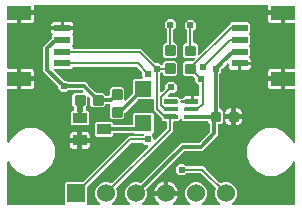
<source format=gbr>
G04 EAGLE Gerber RS-274X export*
G75*
%MOMM*%
%FSLAX34Y34*%
%LPD*%
%AMOC8*
5,1,8,0,0,1.08239X$1,22.5*%
G01*
%ADD10C,0.222250*%
%ADD11R,1.400000X1.400000*%
%ADD12R,1.350000X0.600000*%
%ADD13R,2.000000X1.200000*%
%ADD14R,1.200000X0.400000*%
%ADD15R,1.000000X0.400000*%
%ADD16R,1.143000X0.889000*%
%ADD17R,1.524000X1.524000*%
%ADD18C,1.524000*%
%ADD19C,0.609600*%
%ADD20C,0.177800*%
%ADD21C,0.304800*%
%ADD22C,0.203200*%

G36*
X53144Y5216D02*
X53144Y5216D01*
X53202Y5214D01*
X53284Y5236D01*
X53368Y5248D01*
X53421Y5271D01*
X53477Y5286D01*
X53550Y5329D01*
X53627Y5364D01*
X53672Y5402D01*
X53722Y5431D01*
X53780Y5493D01*
X53844Y5547D01*
X53876Y5596D01*
X53916Y5639D01*
X53955Y5714D01*
X54002Y5784D01*
X54019Y5840D01*
X54046Y5892D01*
X54057Y5960D01*
X54087Y6055D01*
X54090Y6155D01*
X54101Y6223D01*
X54101Y23357D01*
X55143Y24399D01*
X68705Y24399D01*
X68792Y24411D01*
X68880Y24414D01*
X68932Y24431D01*
X68987Y24439D01*
X69067Y24474D01*
X69150Y24501D01*
X69189Y24529D01*
X69246Y24555D01*
X69360Y24651D01*
X69423Y24696D01*
X106241Y61514D01*
X108101Y63374D01*
X119627Y63374D01*
X119714Y63386D01*
X119801Y63389D01*
X119854Y63406D01*
X119909Y63414D01*
X119988Y63449D01*
X120072Y63476D01*
X120111Y63504D01*
X120168Y63530D01*
X120281Y63626D01*
X120345Y63671D01*
X120660Y63986D01*
X120678Y64010D01*
X120700Y64029D01*
X120763Y64123D01*
X120831Y64213D01*
X120841Y64241D01*
X120858Y64265D01*
X120892Y64373D01*
X120932Y64479D01*
X120935Y64508D01*
X120944Y64536D01*
X120946Y64649D01*
X120956Y64762D01*
X120950Y64791D01*
X120951Y64820D01*
X120922Y64930D01*
X120900Y65041D01*
X120886Y65067D01*
X120879Y65095D01*
X120821Y65193D01*
X120769Y65293D01*
X120749Y65315D01*
X120734Y65340D01*
X120651Y65417D01*
X120573Y65499D01*
X120548Y65514D01*
X120526Y65534D01*
X120426Y65586D01*
X120328Y65643D01*
X120299Y65650D01*
X120273Y65664D01*
X120196Y65677D01*
X120052Y65713D01*
X119990Y65711D01*
X119942Y65719D01*
X112583Y65719D01*
X112543Y65760D01*
X112473Y65812D01*
X112409Y65872D01*
X112360Y65898D01*
X112315Y65931D01*
X112234Y65962D01*
X112156Y66002D01*
X112108Y66010D01*
X112050Y66032D01*
X111902Y66044D01*
X111825Y66057D01*
X95581Y66057D01*
X95523Y66049D01*
X95465Y66051D01*
X95383Y66029D01*
X95299Y66017D01*
X95246Y65994D01*
X95190Y65979D01*
X95117Y65936D01*
X95040Y65901D01*
X94995Y65863D01*
X94945Y65834D01*
X94887Y65772D01*
X94823Y65718D01*
X94791Y65669D01*
X94751Y65626D01*
X94712Y65551D01*
X94665Y65481D01*
X94648Y65425D01*
X94621Y65373D01*
X94610Y65305D01*
X94580Y65210D01*
X94577Y65110D01*
X94566Y65042D01*
X94566Y64178D01*
X93524Y63136D01*
X80620Y63136D01*
X79578Y64178D01*
X79578Y74542D01*
X80620Y75584D01*
X93524Y75584D01*
X94566Y74542D01*
X94566Y73678D01*
X94574Y73620D01*
X94572Y73562D01*
X94594Y73480D01*
X94606Y73396D01*
X94629Y73343D01*
X94644Y73287D01*
X94687Y73214D01*
X94722Y73137D01*
X94760Y73092D01*
X94789Y73042D01*
X94851Y72984D01*
X94905Y72920D01*
X94954Y72888D01*
X94997Y72848D01*
X95072Y72809D01*
X95142Y72762D01*
X95198Y72745D01*
X95250Y72718D01*
X95318Y72707D01*
X95413Y72677D01*
X95513Y72674D01*
X95581Y72663D01*
X110526Y72663D01*
X110584Y72671D01*
X110642Y72669D01*
X110724Y72691D01*
X110808Y72703D01*
X110861Y72726D01*
X110917Y72741D01*
X110990Y72784D01*
X111067Y72819D01*
X111112Y72857D01*
X111162Y72886D01*
X111220Y72948D01*
X111284Y73002D01*
X111316Y73051D01*
X111356Y73094D01*
X111395Y73169D01*
X111442Y73239D01*
X111459Y73295D01*
X111486Y73347D01*
X111497Y73415D01*
X111527Y73510D01*
X111530Y73610D01*
X111541Y73678D01*
X111541Y82235D01*
X112583Y83277D01*
X128057Y83277D01*
X129099Y82235D01*
X129099Y66761D01*
X127759Y65422D01*
X127755Y65416D01*
X127712Y65380D01*
X127696Y65355D01*
X127674Y65335D01*
X127617Y65237D01*
X127591Y65197D01*
X127589Y65195D01*
X127588Y65194D01*
X127554Y65143D01*
X127545Y65115D01*
X127531Y65090D01*
X127503Y64980D01*
X127468Y64872D01*
X127468Y64842D01*
X127461Y64814D01*
X127464Y64701D01*
X127461Y64588D01*
X127469Y64559D01*
X127470Y64530D01*
X127504Y64422D01*
X127533Y64313D01*
X127548Y64287D01*
X127557Y64259D01*
X127603Y64195D01*
X127678Y64068D01*
X127724Y64025D01*
X127752Y63986D01*
X129033Y62705D01*
X129033Y61356D01*
X129037Y61327D01*
X129034Y61298D01*
X129057Y61187D01*
X129073Y61075D01*
X129085Y61048D01*
X129090Y61019D01*
X129142Y60919D01*
X129189Y60816D01*
X129208Y60793D01*
X129221Y60767D01*
X129299Y60685D01*
X129372Y60599D01*
X129397Y60582D01*
X129417Y60561D01*
X129515Y60504D01*
X129609Y60441D01*
X129637Y60432D01*
X129662Y60417D01*
X129772Y60389D01*
X129880Y60355D01*
X129910Y60354D01*
X129938Y60347D01*
X130051Y60351D01*
X130164Y60348D01*
X130193Y60355D01*
X130222Y60356D01*
X130330Y60391D01*
X130439Y60420D01*
X130465Y60435D01*
X130493Y60444D01*
X130556Y60489D01*
X130684Y60565D01*
X130727Y60611D01*
X130766Y60639D01*
X140045Y69918D01*
X140097Y69988D01*
X140157Y70051D01*
X140183Y70101D01*
X140216Y70145D01*
X140247Y70227D01*
X140287Y70304D01*
X140295Y70352D01*
X140317Y70411D01*
X140329Y70558D01*
X140342Y70636D01*
X140342Y75084D01*
X140334Y75142D01*
X140336Y75200D01*
X140314Y75282D01*
X140302Y75366D01*
X140279Y75419D01*
X140264Y75475D01*
X140221Y75548D01*
X140186Y75625D01*
X140148Y75670D01*
X140119Y75720D01*
X140057Y75778D01*
X140003Y75842D01*
X139954Y75874D01*
X139911Y75914D01*
X139836Y75953D01*
X139766Y76000D01*
X139710Y76017D01*
X139658Y76044D01*
X139590Y76055D01*
X139495Y76085D01*
X139395Y76088D01*
X139327Y76099D01*
X137273Y76099D01*
X136231Y77141D01*
X136231Y78192D01*
X136219Y78278D01*
X136216Y78366D01*
X136199Y78418D01*
X136191Y78473D01*
X136156Y78553D01*
X136129Y78636D01*
X136101Y78676D01*
X136075Y78733D01*
X135979Y78846D01*
X135934Y78910D01*
X129119Y85724D01*
X129119Y93704D01*
X129111Y93762D01*
X129113Y93820D01*
X129091Y93902D01*
X129079Y93986D01*
X129056Y94039D01*
X129041Y94095D01*
X128998Y94168D01*
X128963Y94245D01*
X128925Y94290D01*
X128896Y94340D01*
X128834Y94398D01*
X128780Y94462D01*
X128731Y94494D01*
X128688Y94534D01*
X128613Y94573D01*
X128543Y94620D01*
X128487Y94637D01*
X128435Y94664D01*
X128367Y94675D01*
X128272Y94705D01*
X128172Y94708D01*
X128104Y94719D01*
X116633Y94719D01*
X116546Y94707D01*
X116459Y94704D01*
X116406Y94687D01*
X116351Y94679D01*
X116271Y94644D01*
X116188Y94617D01*
X116149Y94589D01*
X116092Y94563D01*
X115978Y94467D01*
X115915Y94422D01*
X104587Y83094D01*
X104549Y83044D01*
X104547Y83042D01*
X104540Y83032D01*
X104535Y83025D01*
X104475Y82961D01*
X104449Y82911D01*
X104416Y82867D01*
X104397Y82817D01*
X104389Y82806D01*
X104380Y82775D01*
X104345Y82707D01*
X104337Y82660D01*
X104315Y82601D01*
X104311Y82559D01*
X104304Y82535D01*
X104301Y82446D01*
X104290Y82376D01*
X104290Y79479D01*
X102597Y77786D01*
X93535Y77786D01*
X91842Y79479D01*
X91842Y88541D01*
X92334Y89032D01*
X92351Y89056D01*
X92374Y89075D01*
X92436Y89169D01*
X92504Y89259D01*
X92515Y89287D01*
X92531Y89311D01*
X92565Y89419D01*
X92606Y89525D01*
X92608Y89554D01*
X92617Y89582D01*
X92620Y89696D01*
X92629Y89808D01*
X92624Y89837D01*
X92624Y89866D01*
X92596Y89976D01*
X92573Y90087D01*
X92560Y90113D01*
X92552Y90141D01*
X92495Y90239D01*
X92442Y90339D01*
X92422Y90361D01*
X92407Y90386D01*
X92325Y90463D01*
X92247Y90545D01*
X92221Y90560D01*
X92200Y90580D01*
X92099Y90632D01*
X92001Y90689D01*
X91973Y90696D01*
X91947Y90710D01*
X91869Y90723D01*
X91726Y90759D01*
X91663Y90757D01*
X91616Y90765D01*
X89009Y90765D01*
X88951Y90757D01*
X88893Y90759D01*
X88811Y90737D01*
X88727Y90725D01*
X88674Y90702D01*
X88618Y90687D01*
X88545Y90644D01*
X88468Y90609D01*
X88423Y90571D01*
X88373Y90542D01*
X88315Y90480D01*
X88251Y90426D01*
X88219Y90377D01*
X88179Y90334D01*
X88140Y90259D01*
X88093Y90189D01*
X88076Y90133D01*
X88049Y90081D01*
X88038Y90013D01*
X88008Y89918D01*
X88005Y89818D01*
X87994Y89750D01*
X87994Y89537D01*
X86301Y87844D01*
X77239Y87844D01*
X75546Y89537D01*
X75546Y95200D01*
X75534Y95287D01*
X75531Y95374D01*
X75514Y95427D01*
X75506Y95482D01*
X75471Y95562D01*
X75444Y95645D01*
X75416Y95684D01*
X75390Y95741D01*
X75294Y95855D01*
X75249Y95918D01*
X74487Y96680D01*
X74463Y96698D01*
X74444Y96720D01*
X74350Y96783D01*
X74260Y96851D01*
X74232Y96862D01*
X74208Y96878D01*
X74100Y96912D01*
X73994Y96952D01*
X73965Y96955D01*
X73937Y96964D01*
X73823Y96967D01*
X73711Y96976D01*
X73682Y96970D01*
X73653Y96971D01*
X73543Y96942D01*
X73432Y96920D01*
X73406Y96907D01*
X73378Y96899D01*
X73280Y96841D01*
X73180Y96789D01*
X73158Y96769D01*
X73133Y96754D01*
X73056Y96671D01*
X72974Y96593D01*
X72959Y96568D01*
X72939Y96547D01*
X72887Y96446D01*
X72830Y96348D01*
X72823Y96320D01*
X72809Y96294D01*
X72796Y96216D01*
X72760Y96073D01*
X72762Y96010D01*
X72754Y95962D01*
X72754Y89537D01*
X71876Y88660D01*
X71824Y88590D01*
X71764Y88526D01*
X71738Y88476D01*
X71705Y88432D01*
X71674Y88351D01*
X71634Y88273D01*
X71626Y88225D01*
X71604Y88167D01*
X71592Y88019D01*
X71579Y87942D01*
X71579Y86099D01*
X71587Y86041D01*
X71585Y85983D01*
X71607Y85901D01*
X71619Y85817D01*
X71642Y85764D01*
X71657Y85708D01*
X71700Y85635D01*
X71735Y85558D01*
X71773Y85513D01*
X71802Y85463D01*
X71864Y85405D01*
X71918Y85341D01*
X71967Y85309D01*
X72010Y85269D01*
X72085Y85230D01*
X72155Y85183D01*
X72211Y85166D01*
X72263Y85139D01*
X72331Y85128D01*
X72426Y85098D01*
X72526Y85095D01*
X72594Y85084D01*
X73204Y85084D01*
X74246Y84042D01*
X74246Y73678D01*
X73204Y72636D01*
X60300Y72636D01*
X59258Y73678D01*
X59258Y84042D01*
X60300Y85084D01*
X60910Y85084D01*
X60968Y85092D01*
X61026Y85090D01*
X61108Y85112D01*
X61192Y85124D01*
X61245Y85147D01*
X61301Y85162D01*
X61374Y85205D01*
X61451Y85240D01*
X61496Y85278D01*
X61546Y85307D01*
X61604Y85369D01*
X61668Y85423D01*
X61700Y85472D01*
X61740Y85515D01*
X61779Y85590D01*
X61826Y85660D01*
X61843Y85716D01*
X61870Y85768D01*
X61881Y85836D01*
X61911Y85931D01*
X61914Y86031D01*
X61925Y86099D01*
X61925Y87498D01*
X61918Y87547D01*
X61919Y87559D01*
X61914Y87576D01*
X61913Y87584D01*
X61910Y87672D01*
X61893Y87724D01*
X61885Y87779D01*
X61850Y87859D01*
X61823Y87942D01*
X61795Y87981D01*
X61769Y88039D01*
X61673Y88152D01*
X61628Y88216D01*
X60306Y89537D01*
X60306Y98599D01*
X61999Y100292D01*
X68424Y100292D01*
X68454Y100296D01*
X68483Y100293D01*
X68594Y100316D01*
X68706Y100332D01*
X68733Y100344D01*
X68762Y100349D01*
X68862Y100402D01*
X68965Y100448D01*
X68988Y100467D01*
X69014Y100481D01*
X69096Y100558D01*
X69182Y100631D01*
X69199Y100656D01*
X69220Y100676D01*
X69277Y100774D01*
X69340Y100868D01*
X69349Y100896D01*
X69364Y100922D01*
X69392Y101031D01*
X69426Y101139D01*
X69427Y101169D01*
X69434Y101197D01*
X69430Y101310D01*
X69433Y101423D01*
X69426Y101452D01*
X69425Y101481D01*
X69390Y101589D01*
X69361Y101698D01*
X69346Y101724D01*
X69337Y101752D01*
X69291Y101816D01*
X69216Y101943D01*
X69180Y101976D01*
X69177Y101982D01*
X69165Y101993D01*
X69142Y102025D01*
X69103Y102064D01*
X69033Y102117D01*
X68970Y102176D01*
X68920Y102202D01*
X68876Y102235D01*
X68794Y102266D01*
X68716Y102306D01*
X68669Y102314D01*
X68610Y102336D01*
X68463Y102348D01*
X68385Y102361D01*
X57284Y102361D01*
X57197Y102349D01*
X57110Y102346D01*
X57057Y102329D01*
X57002Y102321D01*
X56923Y102286D01*
X56839Y102259D01*
X56800Y102231D01*
X56743Y102205D01*
X56630Y102109D01*
X56566Y102064D01*
X55339Y100837D01*
X51341Y100837D01*
X48513Y103665D01*
X48513Y105399D01*
X48501Y105486D01*
X48498Y105573D01*
X48481Y105626D01*
X48473Y105681D01*
X48438Y105761D01*
X48411Y105844D01*
X48383Y105883D01*
X48357Y105940D01*
X48261Y106054D01*
X48216Y106117D01*
X35813Y118520D01*
X35813Y139290D01*
X38045Y141522D01*
X43174Y146651D01*
X43183Y146663D01*
X43188Y146667D01*
X43202Y146687D01*
X43226Y146721D01*
X43286Y146784D01*
X43312Y146834D01*
X43345Y146878D01*
X43376Y146960D01*
X43416Y147037D01*
X43424Y147085D01*
X43446Y147144D01*
X43458Y147291D01*
X43471Y147369D01*
X43471Y148737D01*
X43478Y148743D01*
X43513Y148790D01*
X43555Y148830D01*
X43598Y148903D01*
X43649Y148970D01*
X43669Y149025D01*
X43699Y149076D01*
X43720Y149157D01*
X43750Y149236D01*
X43755Y149294D01*
X43769Y149351D01*
X43767Y149435D01*
X43774Y149519D01*
X43762Y149577D01*
X43760Y149635D01*
X43734Y149716D01*
X43718Y149798D01*
X43691Y149850D01*
X43673Y149906D01*
X43633Y149962D01*
X43587Y150050D01*
X43518Y150123D01*
X43478Y150179D01*
X43217Y150440D01*
X42882Y151019D01*
X42709Y151666D01*
X42709Y153501D01*
X51516Y153501D01*
X51574Y153509D01*
X51632Y153507D01*
X51714Y153529D01*
X51797Y153541D01*
X51851Y153564D01*
X51907Y153579D01*
X51980Y153622D01*
X51999Y153631D01*
X52045Y153600D01*
X52101Y153583D01*
X52153Y153556D01*
X52221Y153545D01*
X52316Y153515D01*
X52416Y153512D01*
X52484Y153501D01*
X61291Y153501D01*
X61291Y151666D01*
X61118Y151019D01*
X60783Y150440D01*
X60522Y150179D01*
X60487Y150132D01*
X60445Y150092D01*
X60402Y150019D01*
X60351Y149952D01*
X60330Y149897D01*
X60301Y149847D01*
X60280Y149765D01*
X60250Y149686D01*
X60245Y149628D01*
X60231Y149571D01*
X60233Y149487D01*
X60226Y149403D01*
X60238Y149346D01*
X60240Y149287D01*
X60266Y149207D01*
X60282Y149124D01*
X60309Y149072D01*
X60327Y149017D01*
X60367Y148960D01*
X60413Y148872D01*
X60482Y148800D01*
X60522Y148743D01*
X60529Y148737D01*
X60529Y141263D01*
X59983Y140718D01*
X59948Y140671D01*
X59906Y140631D01*
X59863Y140558D01*
X59813Y140491D01*
X59792Y140436D01*
X59762Y140386D01*
X59741Y140304D01*
X59711Y140225D01*
X59706Y140167D01*
X59692Y140110D01*
X59695Y140026D01*
X59688Y139942D01*
X59699Y139884D01*
X59701Y139826D01*
X59727Y139746D01*
X59744Y139663D01*
X59771Y139611D01*
X59789Y139555D01*
X59829Y139499D01*
X59875Y139411D01*
X59943Y139338D01*
X59983Y139282D01*
X60529Y138737D01*
X60529Y138683D01*
X60537Y138625D01*
X60535Y138567D01*
X60557Y138485D01*
X60569Y138401D01*
X60592Y138348D01*
X60607Y138292D01*
X60650Y138219D01*
X60685Y138142D01*
X60723Y138097D01*
X60752Y138047D01*
X60814Y137989D01*
X60868Y137925D01*
X60917Y137893D01*
X60960Y137853D01*
X61035Y137814D01*
X61105Y137767D01*
X61161Y137750D01*
X61213Y137723D01*
X61281Y137712D01*
X61376Y137682D01*
X61476Y137679D01*
X61544Y137668D01*
X118581Y137668D01*
X130475Y125774D01*
X130544Y125722D01*
X130608Y125662D01*
X130658Y125636D01*
X130702Y125603D01*
X130784Y125572D01*
X130861Y125532D01*
X130909Y125524D01*
X130968Y125502D01*
X131115Y125490D01*
X131193Y125477D01*
X133825Y125477D01*
X135197Y124105D01*
X135221Y124087D01*
X135240Y124065D01*
X135334Y124002D01*
X135424Y123934D01*
X135452Y123924D01*
X135476Y123907D01*
X135584Y123873D01*
X135690Y123833D01*
X135719Y123830D01*
X135747Y123821D01*
X135861Y123819D01*
X135973Y123809D01*
X136002Y123815D01*
X136031Y123814D01*
X136141Y123843D01*
X136252Y123865D01*
X136278Y123879D01*
X136306Y123886D01*
X136404Y123944D01*
X136504Y123996D01*
X136526Y124016D01*
X136551Y124031D01*
X136628Y124114D01*
X136710Y124192D01*
X136725Y124217D01*
X136745Y124239D01*
X136797Y124339D01*
X136854Y124437D01*
X136861Y124466D01*
X136875Y124492D01*
X136888Y124569D01*
X136924Y124713D01*
X136922Y124775D01*
X136930Y124823D01*
X136930Y125499D01*
X138623Y127192D01*
X147685Y127192D01*
X149378Y125499D01*
X149378Y116437D01*
X147685Y114744D01*
X138623Y114744D01*
X136930Y116437D01*
X136930Y116477D01*
X136926Y116506D01*
X136929Y116536D01*
X136906Y116646D01*
X136890Y116759D01*
X136878Y116786D01*
X136873Y116814D01*
X136821Y116915D01*
X136774Y117018D01*
X136755Y117041D01*
X136742Y117067D01*
X136664Y117149D01*
X136591Y117235D01*
X136566Y117251D01*
X136546Y117273D01*
X136448Y117330D01*
X136354Y117393D01*
X136326Y117402D01*
X136301Y117416D01*
X136191Y117444D01*
X136083Y117479D01*
X136054Y117479D01*
X136025Y117487D01*
X135912Y117483D01*
X135799Y117486D01*
X135770Y117478D01*
X135741Y117477D01*
X135633Y117443D01*
X135524Y117414D01*
X135498Y117399D01*
X135470Y117390D01*
X135406Y117344D01*
X135279Y117269D01*
X135236Y117223D01*
X135197Y117195D01*
X134791Y116789D01*
X134739Y116719D01*
X134679Y116655D01*
X134653Y116606D01*
X134620Y116562D01*
X134589Y116480D01*
X134549Y116402D01*
X134541Y116355D01*
X134519Y116296D01*
X134507Y116149D01*
X134494Y116071D01*
X134494Y101601D01*
X134498Y101572D01*
X134495Y101543D01*
X134518Y101432D01*
X134534Y101320D01*
X134546Y101293D01*
X134551Y101264D01*
X134604Y101164D01*
X134650Y101061D01*
X134669Y101038D01*
X134682Y101012D01*
X134760Y100930D01*
X134833Y100844D01*
X134858Y100827D01*
X134878Y100806D01*
X134976Y100749D01*
X135070Y100686D01*
X135098Y100677D01*
X135123Y100662D01*
X135233Y100634D01*
X135341Y100600D01*
X135371Y100599D01*
X135399Y100592D01*
X135512Y100596D01*
X135625Y100593D01*
X135654Y100600D01*
X135683Y100601D01*
X135791Y100636D01*
X135900Y100665D01*
X135926Y100680D01*
X135954Y100689D01*
X136017Y100734D01*
X136145Y100810D01*
X136188Y100856D01*
X136227Y100884D01*
X138894Y103551D01*
X138946Y103621D01*
X139006Y103684D01*
X139032Y103734D01*
X139065Y103778D01*
X139096Y103860D01*
X139136Y103937D01*
X139144Y103985D01*
X139166Y104044D01*
X139178Y104191D01*
X139191Y104269D01*
X139191Y106901D01*
X142019Y109729D01*
X146017Y109729D01*
X148845Y106901D01*
X148845Y102903D01*
X146017Y100075D01*
X143385Y100075D01*
X143298Y100063D01*
X143211Y100060D01*
X143158Y100043D01*
X143103Y100035D01*
X143023Y100000D01*
X142940Y99973D01*
X142901Y99945D01*
X142844Y99919D01*
X142731Y99823D01*
X142667Y99778D01*
X141279Y98390D01*
X141261Y98366D01*
X141239Y98347D01*
X141176Y98253D01*
X141108Y98163D01*
X141097Y98135D01*
X141081Y98111D01*
X141047Y98003D01*
X141006Y97897D01*
X141004Y97868D01*
X140995Y97840D01*
X140992Y97726D01*
X140983Y97614D01*
X140989Y97585D01*
X140988Y97556D01*
X141017Y97446D01*
X141039Y97335D01*
X141052Y97309D01*
X141060Y97281D01*
X141117Y97183D01*
X141170Y97083D01*
X141190Y97061D01*
X141205Y97036D01*
X141287Y96959D01*
X141366Y96877D01*
X141391Y96862D01*
X141412Y96842D01*
X141513Y96790D01*
X141611Y96733D01*
X141639Y96726D01*
X141665Y96712D01*
X141743Y96699D01*
X141886Y96663D01*
X141949Y96665D01*
X141996Y96657D01*
X146892Y96657D01*
X146913Y96660D01*
X146934Y96658D01*
X147053Y96680D01*
X147173Y96697D01*
X147193Y96705D01*
X147214Y96709D01*
X147280Y96744D01*
X147329Y96766D01*
X147821Y96701D01*
X147918Y96702D01*
X148015Y96695D01*
X148054Y96704D01*
X148105Y96704D01*
X148270Y96753D01*
X148342Y96770D01*
X148398Y96793D01*
X148541Y96734D01*
X148571Y96726D01*
X148599Y96712D01*
X148676Y96699D01*
X148817Y96663D01*
X148881Y96665D01*
X148930Y96657D01*
X149079Y96657D01*
X149120Y96636D01*
X149154Y96630D01*
X149230Y96601D01*
X149242Y96600D01*
X149252Y96596D01*
X149314Y96594D01*
X149385Y96588D01*
X149451Y96543D01*
X149489Y96531D01*
X149534Y96506D01*
X149613Y96487D01*
X149631Y96463D01*
X149694Y96402D01*
X149749Y96334D01*
X149795Y96303D01*
X149834Y96264D01*
X149911Y96222D01*
X149983Y96173D01*
X150029Y96159D01*
X150084Y96129D01*
X150229Y96098D01*
X150304Y96075D01*
X150327Y96072D01*
X150350Y96045D01*
X150384Y96024D01*
X150421Y95988D01*
X150492Y95949D01*
X150504Y95921D01*
X150548Y95846D01*
X150584Y95766D01*
X150620Y95724D01*
X150648Y95677D01*
X150712Y95617D01*
X150769Y95550D01*
X150810Y95524D01*
X150855Y95481D01*
X150987Y95414D01*
X151053Y95372D01*
X151075Y95363D01*
X151090Y95331D01*
X151118Y95302D01*
X151143Y95258D01*
X151269Y95140D01*
X151319Y95086D01*
X151331Y95076D01*
X151377Y94998D01*
X151384Y94992D01*
X151389Y94985D01*
X151487Y94895D01*
X151584Y94804D01*
X151592Y94799D01*
X151599Y94793D01*
X151719Y94735D01*
X151837Y94674D01*
X151846Y94672D01*
X151854Y94668D01*
X151986Y94645D01*
X152116Y94619D01*
X152125Y94620D01*
X152134Y94618D01*
X152267Y94632D01*
X152399Y94644D01*
X152408Y94647D01*
X152417Y94648D01*
X152540Y94698D01*
X152665Y94746D01*
X152672Y94752D01*
X152680Y94755D01*
X152785Y94837D01*
X152891Y94918D01*
X152896Y94925D01*
X152903Y94931D01*
X153069Y95162D01*
X153076Y95180D01*
X153085Y95192D01*
X153141Y95309D01*
X153779Y96109D01*
X154579Y96747D01*
X155501Y97191D01*
X156498Y97419D01*
X160995Y97419D01*
X160995Y94877D01*
X157010Y94877D01*
X156988Y94873D01*
X156976Y94873D01*
X156972Y94872D01*
X156945Y94873D01*
X156557Y94822D01*
X156514Y94807D01*
X156431Y94788D01*
X156069Y94638D01*
X156032Y94613D01*
X155956Y94573D01*
X155645Y94335D01*
X155616Y94301D01*
X155553Y94243D01*
X155315Y93932D01*
X155296Y93893D01*
X152864Y93893D01*
X152784Y93882D01*
X152706Y93881D01*
X152679Y93873D01*
X152649Y93870D01*
X152616Y93858D01*
X152582Y93854D01*
X152509Y93821D01*
X152434Y93798D01*
X152410Y93782D01*
X152382Y93772D01*
X152354Y93751D01*
X152323Y93737D01*
X152262Y93686D01*
X152196Y93643D01*
X152177Y93621D01*
X152153Y93603D01*
X152135Y93578D01*
X152106Y93554D01*
X152062Y93488D01*
X152010Y93428D01*
X151984Y93371D01*
X151955Y93332D01*
X151953Y93324D01*
X151948Y93317D01*
X151924Y93242D01*
X151891Y93170D01*
X151883Y93115D01*
X151865Y93062D01*
X151865Y93054D01*
X151862Y93046D01*
X151860Y92967D01*
X151848Y92889D01*
X151856Y92841D01*
X151853Y92778D01*
X151855Y92770D01*
X151855Y92762D01*
X151855Y92761D01*
X151888Y92634D01*
X151900Y92557D01*
X151913Y92531D01*
X151920Y92502D01*
X151925Y92495D01*
X151927Y92486D01*
X151980Y92396D01*
X152027Y92302D01*
X152047Y92281D01*
X152062Y92255D01*
X152068Y92250D01*
X152072Y92242D01*
X152149Y92170D01*
X152220Y92093D01*
X152245Y92077D01*
X152266Y92058D01*
X152273Y92054D01*
X152279Y92047D01*
X152373Y92000D01*
X152462Y91945D01*
X152491Y91937D01*
X152517Y91924D01*
X152524Y91922D01*
X152532Y91918D01*
X152588Y91909D01*
X152625Y91901D01*
X152737Y91871D01*
X152767Y91871D01*
X152795Y91865D01*
X152832Y91868D01*
X152864Y91863D01*
X155295Y91863D01*
X155315Y91824D01*
X155553Y91513D01*
X155587Y91484D01*
X155645Y91421D01*
X155956Y91183D01*
X155997Y91163D01*
X156069Y91118D01*
X156431Y90968D01*
X156475Y90959D01*
X156557Y90934D01*
X156945Y90883D01*
X156973Y90885D01*
X157010Y90879D01*
X166510Y90879D01*
X166518Y90880D01*
X166527Y90879D01*
X166615Y90900D01*
X166705Y90918D01*
X166712Y90923D01*
X166720Y90925D01*
X166793Y90979D01*
X166869Y91031D01*
X166873Y91038D01*
X166880Y91043D01*
X166927Y91121D01*
X166976Y91198D01*
X166977Y91207D01*
X166982Y91214D01*
X167009Y91378D01*
X167009Y94378D01*
X167008Y94384D01*
X167009Y94390D01*
X167009Y94392D01*
X167009Y94395D01*
X166988Y94483D01*
X166970Y94573D01*
X166965Y94580D01*
X166963Y94588D01*
X166909Y94661D01*
X166857Y94737D01*
X166850Y94741D01*
X166845Y94748D01*
X166767Y94795D01*
X166690Y94844D01*
X166681Y94845D01*
X166674Y94850D01*
X166510Y94877D01*
X163025Y94877D01*
X163025Y97419D01*
X167005Y97419D01*
X167063Y97427D01*
X167121Y97425D01*
X167203Y97447D01*
X167287Y97459D01*
X167340Y97482D01*
X167396Y97497D01*
X167469Y97540D01*
X167546Y97575D01*
X167591Y97613D01*
X167641Y97642D01*
X167699Y97704D01*
X167763Y97758D01*
X167795Y97807D01*
X167835Y97850D01*
X167874Y97925D01*
X167921Y97995D01*
X167938Y98051D01*
X167965Y98103D01*
X167976Y98171D01*
X168006Y98266D01*
X168009Y98366D01*
X168020Y98434D01*
X168020Y105790D01*
X168012Y105848D01*
X168014Y105906D01*
X167992Y105988D01*
X167980Y106072D01*
X167957Y106125D01*
X167942Y106181D01*
X167899Y106254D01*
X167864Y106331D01*
X167826Y106376D01*
X167797Y106426D01*
X167735Y106484D01*
X167681Y106548D01*
X167632Y106580D01*
X167589Y106620D01*
X167514Y106659D01*
X167444Y106706D01*
X167388Y106723D01*
X167357Y106739D01*
X164463Y109633D01*
X164463Y112265D01*
X164451Y112352D01*
X164448Y112440D01*
X164431Y112492D01*
X164423Y112547D01*
X164388Y112627D01*
X164361Y112710D01*
X164333Y112749D01*
X164307Y112806D01*
X164211Y112920D01*
X164166Y112983D01*
X162902Y114247D01*
X162833Y114299D01*
X162769Y114359D01*
X162719Y114385D01*
X162675Y114418D01*
X162593Y114449D01*
X162516Y114489D01*
X162468Y114497D01*
X162410Y114519D01*
X162262Y114531D01*
X162184Y114544D01*
X155623Y114544D01*
X153930Y116237D01*
X153930Y125299D01*
X155623Y126992D01*
X162184Y126992D01*
X162271Y127004D01*
X162358Y127007D01*
X162411Y127024D01*
X162466Y127032D01*
X162546Y127067D01*
X162629Y127094D01*
X162668Y127122D01*
X162725Y127148D01*
X162838Y127244D01*
X162902Y127289D01*
X163664Y128051D01*
X163682Y128075D01*
X163704Y128094D01*
X163767Y128188D01*
X163835Y128278D01*
X163846Y128306D01*
X163862Y128330D01*
X163896Y128438D01*
X163937Y128544D01*
X163939Y128573D01*
X163948Y128601D01*
X163951Y128715D01*
X163960Y128827D01*
X163954Y128856D01*
X163955Y128885D01*
X163926Y128995D01*
X163904Y129106D01*
X163891Y129132D01*
X163883Y129160D01*
X163826Y129258D01*
X163773Y129358D01*
X163753Y129380D01*
X163738Y129405D01*
X163655Y129482D01*
X163577Y129564D01*
X163552Y129579D01*
X163531Y129599D01*
X163430Y129651D01*
X163332Y129708D01*
X163304Y129715D01*
X163278Y129729D01*
X163200Y129742D01*
X163057Y129778D01*
X162994Y129776D01*
X162947Y129784D01*
X155623Y129784D01*
X153930Y131477D01*
X153930Y140539D01*
X155623Y142232D01*
X156471Y142232D01*
X156529Y142240D01*
X156587Y142238D01*
X156669Y142260D01*
X156753Y142272D01*
X156806Y142295D01*
X156862Y142310D01*
X156935Y142353D01*
X157012Y142388D01*
X157057Y142426D01*
X157107Y142455D01*
X157165Y142517D01*
X157229Y142571D01*
X157261Y142620D01*
X157301Y142663D01*
X157340Y142738D01*
X157387Y142808D01*
X157404Y142864D01*
X157431Y142916D01*
X157442Y142984D01*
X157472Y143079D01*
X157475Y143179D01*
X157486Y143247D01*
X157486Y152767D01*
X157474Y152854D01*
X157471Y152941D01*
X157454Y152994D01*
X157446Y153049D01*
X157411Y153128D01*
X157384Y153212D01*
X157356Y153251D01*
X157330Y153308D01*
X157234Y153421D01*
X157189Y153485D01*
X155447Y155227D01*
X155447Y159225D01*
X158275Y162053D01*
X162273Y162053D01*
X165101Y159225D01*
X165101Y155227D01*
X163119Y153245D01*
X163067Y153175D01*
X163007Y153111D01*
X162981Y153062D01*
X162948Y153018D01*
X162917Y152936D01*
X162877Y152858D01*
X162869Y152811D01*
X162847Y152752D01*
X162835Y152605D01*
X162822Y152527D01*
X162822Y143247D01*
X162829Y143194D01*
X162828Y143165D01*
X162829Y143162D01*
X162828Y143131D01*
X162850Y143049D01*
X162862Y142965D01*
X162885Y142912D01*
X162900Y142856D01*
X162943Y142783D01*
X162978Y142706D01*
X163016Y142661D01*
X163045Y142611D01*
X163107Y142553D01*
X163161Y142489D01*
X163210Y142457D01*
X163253Y142417D01*
X163328Y142378D01*
X163398Y142331D01*
X163454Y142314D01*
X163506Y142287D01*
X163574Y142276D01*
X163669Y142246D01*
X163769Y142243D01*
X163837Y142232D01*
X164685Y142232D01*
X166378Y140539D01*
X166378Y133215D01*
X166382Y133186D01*
X166379Y133157D01*
X166402Y133046D01*
X166418Y132934D01*
X166430Y132907D01*
X166435Y132878D01*
X166487Y132778D01*
X166534Y132675D01*
X166553Y132652D01*
X166566Y132626D01*
X166644Y132544D01*
X166717Y132458D01*
X166742Y132441D01*
X166762Y132420D01*
X166860Y132363D01*
X166954Y132300D01*
X166982Y132291D01*
X167007Y132276D01*
X167117Y132248D01*
X167225Y132214D01*
X167255Y132213D01*
X167283Y132206D01*
X167396Y132210D01*
X167509Y132207D01*
X167538Y132214D01*
X167567Y132215D01*
X167675Y132250D01*
X167784Y132279D01*
X167810Y132294D01*
X167838Y132303D01*
X167901Y132348D01*
X168029Y132424D01*
X168072Y132470D01*
X168111Y132498D01*
X191421Y155808D01*
X193174Y157561D01*
X193226Y157630D01*
X193286Y157694D01*
X193312Y157744D01*
X193345Y157788D01*
X193376Y157870D01*
X193416Y157947D01*
X193424Y157995D01*
X193446Y158054D01*
X193458Y158201D01*
X193471Y158279D01*
X193471Y158737D01*
X194513Y159779D01*
X209487Y159779D01*
X210529Y158737D01*
X210529Y151263D01*
X209983Y150718D01*
X209948Y150671D01*
X209906Y150631D01*
X209863Y150558D01*
X209813Y150491D01*
X209792Y150436D01*
X209762Y150386D01*
X209741Y150304D01*
X209711Y150225D01*
X209706Y150167D01*
X209692Y150110D01*
X209695Y150026D01*
X209688Y149942D01*
X209699Y149884D01*
X209701Y149826D01*
X209727Y149746D01*
X209744Y149663D01*
X209771Y149611D01*
X209789Y149555D01*
X209829Y149499D01*
X209875Y149411D01*
X209943Y149338D01*
X209983Y149282D01*
X210529Y148737D01*
X210529Y141263D01*
X209983Y140718D01*
X209948Y140671D01*
X209906Y140631D01*
X209863Y140558D01*
X209813Y140491D01*
X209792Y140436D01*
X209762Y140386D01*
X209741Y140304D01*
X209711Y140225D01*
X209706Y140167D01*
X209692Y140110D01*
X209695Y140026D01*
X209688Y139942D01*
X209699Y139884D01*
X209701Y139826D01*
X209727Y139746D01*
X209744Y139663D01*
X209771Y139611D01*
X209789Y139555D01*
X209829Y139499D01*
X209875Y139411D01*
X209943Y139338D01*
X209983Y139282D01*
X210529Y138737D01*
X210529Y131263D01*
X210522Y131257D01*
X210487Y131210D01*
X210445Y131170D01*
X210402Y131097D01*
X210351Y131030D01*
X210331Y130975D01*
X210301Y130924D01*
X210280Y130843D01*
X210250Y130764D01*
X210245Y130706D01*
X210231Y130649D01*
X210233Y130565D01*
X210226Y130481D01*
X210238Y130423D01*
X210240Y130365D01*
X210266Y130284D01*
X210282Y130202D01*
X210309Y130150D01*
X210327Y130094D01*
X210367Y130038D01*
X210413Y129950D01*
X210482Y129877D01*
X210522Y129821D01*
X210783Y129560D01*
X211118Y128981D01*
X211291Y128334D01*
X211291Y126499D01*
X202484Y126499D01*
X202426Y126491D01*
X202368Y126493D01*
X202286Y126471D01*
X202203Y126459D01*
X202149Y126436D01*
X202093Y126421D01*
X202020Y126378D01*
X201943Y126343D01*
X201899Y126305D01*
X201848Y126276D01*
X201791Y126214D01*
X201726Y126160D01*
X201694Y126111D01*
X201654Y126068D01*
X201615Y125993D01*
X201569Y125923D01*
X201551Y125867D01*
X201524Y125815D01*
X201513Y125747D01*
X201483Y125652D01*
X201480Y125552D01*
X201476Y125525D01*
X201458Y125523D01*
X201400Y125524D01*
X201318Y125503D01*
X201234Y125491D01*
X201181Y125467D01*
X201125Y125453D01*
X201052Y125409D01*
X200975Y125375D01*
X200930Y125337D01*
X200880Y125307D01*
X200822Y125246D01*
X200758Y125191D01*
X200726Y125143D01*
X200686Y125100D01*
X200647Y125025D01*
X200600Y124955D01*
X200583Y124899D01*
X200556Y124847D01*
X200545Y124779D01*
X200515Y124684D01*
X200512Y124584D01*
X200501Y124516D01*
X200501Y119459D01*
X194916Y119459D01*
X194269Y119632D01*
X193690Y119967D01*
X193217Y120440D01*
X192882Y121019D01*
X192709Y121666D01*
X192709Y124119D01*
X192705Y124149D01*
X192708Y124178D01*
X192685Y124289D01*
X192669Y124401D01*
X192657Y124428D01*
X192652Y124457D01*
X192599Y124557D01*
X192553Y124660D01*
X192534Y124683D01*
X192521Y124709D01*
X192443Y124791D01*
X192370Y124877D01*
X192345Y124894D01*
X192325Y124915D01*
X192227Y124972D01*
X192133Y125035D01*
X192105Y125044D01*
X192080Y125059D01*
X191970Y125086D01*
X191862Y125121D01*
X191832Y125122D01*
X191804Y125129D01*
X191691Y125125D01*
X191578Y125128D01*
X191549Y125121D01*
X191520Y125120D01*
X191412Y125085D01*
X191303Y125056D01*
X191277Y125041D01*
X191249Y125032D01*
X191185Y124987D01*
X191058Y124911D01*
X191015Y124865D01*
X190976Y124837D01*
X189412Y123273D01*
X186702Y120563D01*
X186650Y120494D01*
X186590Y120430D01*
X186564Y120380D01*
X186531Y120336D01*
X186500Y120254D01*
X186460Y120176D01*
X186452Y120129D01*
X186430Y120070D01*
X186418Y119923D01*
X186405Y119845D01*
X186405Y118111D01*
X185178Y116884D01*
X185126Y116814D01*
X185066Y116750D01*
X185040Y116701D01*
X185007Y116657D01*
X184976Y116575D01*
X184936Y116497D01*
X184928Y116450D01*
X184906Y116391D01*
X184894Y116244D01*
X184881Y116166D01*
X184881Y87329D01*
X184889Y87271D01*
X184887Y87213D01*
X184909Y87131D01*
X184921Y87047D01*
X184944Y86994D01*
X184959Y86938D01*
X185002Y86865D01*
X185037Y86788D01*
X185075Y86743D01*
X185104Y86693D01*
X185166Y86635D01*
X185220Y86571D01*
X185269Y86539D01*
X185312Y86499D01*
X185387Y86460D01*
X185457Y86413D01*
X185513Y86396D01*
X185565Y86369D01*
X185633Y86358D01*
X185728Y86328D01*
X185828Y86325D01*
X185896Y86314D01*
X186109Y86314D01*
X187802Y84621D01*
X187802Y75559D01*
X186109Y73866D01*
X184912Y73866D01*
X184854Y73858D01*
X184796Y73860D01*
X184714Y73838D01*
X184630Y73826D01*
X184577Y73803D01*
X184521Y73788D01*
X184448Y73745D01*
X184371Y73710D01*
X184326Y73672D01*
X184276Y73643D01*
X184218Y73581D01*
X184154Y73527D01*
X184122Y73478D01*
X184082Y73435D01*
X184043Y73360D01*
X183996Y73290D01*
X183979Y73234D01*
X183952Y73182D01*
X183941Y73114D01*
X183911Y73019D01*
X183908Y72919D01*
X183897Y72851D01*
X183897Y64418D01*
X170532Y51053D01*
X155445Y51053D01*
X155358Y51041D01*
X155271Y51038D01*
X155218Y51021D01*
X155163Y51013D01*
X155083Y50978D01*
X155000Y50951D01*
X154961Y50923D01*
X154904Y50897D01*
X154790Y50801D01*
X154727Y50756D01*
X123341Y19370D01*
X123340Y19369D01*
X123339Y19368D01*
X123252Y19252D01*
X123170Y19143D01*
X123170Y19142D01*
X123169Y19140D01*
X123119Y19009D01*
X123069Y18878D01*
X123069Y18876D01*
X123068Y18875D01*
X123057Y18730D01*
X123046Y18594D01*
X123046Y18593D01*
X123046Y18591D01*
X123049Y18576D01*
X123101Y18316D01*
X123115Y18288D01*
X123121Y18264D01*
X123699Y16870D01*
X123699Y13130D01*
X122268Y9676D01*
X119533Y6941D01*
X119515Y6917D01*
X119493Y6898D01*
X119430Y6804D01*
X119362Y6714D01*
X119351Y6686D01*
X119335Y6662D01*
X119301Y6554D01*
X119261Y6448D01*
X119258Y6419D01*
X119249Y6391D01*
X119246Y6277D01*
X119237Y6165D01*
X119243Y6136D01*
X119242Y6107D01*
X119271Y5997D01*
X119293Y5886D01*
X119306Y5860D01*
X119314Y5832D01*
X119372Y5734D01*
X119424Y5634D01*
X119444Y5612D01*
X119459Y5587D01*
X119542Y5510D01*
X119620Y5428D01*
X119645Y5413D01*
X119666Y5393D01*
X119767Y5341D01*
X119865Y5284D01*
X119893Y5277D01*
X119919Y5263D01*
X119997Y5250D01*
X120140Y5214D01*
X120203Y5216D01*
X120251Y5208D01*
X132767Y5208D01*
X132874Y5223D01*
X132983Y5231D01*
X133015Y5243D01*
X133048Y5248D01*
X133147Y5292D01*
X133250Y5330D01*
X133277Y5350D01*
X133308Y5364D01*
X133391Y5434D01*
X133478Y5499D01*
X133499Y5526D01*
X133525Y5547D01*
X133585Y5638D01*
X133651Y5724D01*
X133664Y5756D01*
X133682Y5784D01*
X133715Y5888D01*
X133755Y5989D01*
X133758Y6023D01*
X133768Y6055D01*
X133771Y6164D01*
X133781Y6272D01*
X133775Y6306D01*
X133775Y6339D01*
X133748Y6444D01*
X133728Y6551D01*
X133712Y6582D01*
X133704Y6614D01*
X133648Y6708D01*
X133599Y6805D01*
X133578Y6827D01*
X133558Y6859D01*
X133398Y7009D01*
X133364Y7044D01*
X133081Y7250D01*
X131950Y8381D01*
X131010Y9675D01*
X130284Y11100D01*
X129789Y12621D01*
X129734Y12969D01*
X138684Y12969D01*
X138742Y12977D01*
X138800Y12975D01*
X138882Y12997D01*
X138965Y13009D01*
X139019Y13033D01*
X139075Y13047D01*
X139148Y13090D01*
X139225Y13125D01*
X139269Y13163D01*
X139320Y13193D01*
X139377Y13254D01*
X139442Y13309D01*
X139474Y13357D01*
X139514Y13400D01*
X139553Y13475D01*
X139599Y13545D01*
X139617Y13601D01*
X139644Y13653D01*
X139655Y13721D01*
X139685Y13816D01*
X139688Y13916D01*
X139699Y13984D01*
X139699Y15001D01*
X139701Y15001D01*
X139701Y13984D01*
X139709Y13926D01*
X139708Y13868D01*
X139729Y13786D01*
X139741Y13703D01*
X139765Y13649D01*
X139779Y13593D01*
X139822Y13520D01*
X139857Y13443D01*
X139895Y13398D01*
X139925Y13348D01*
X139986Y13290D01*
X140041Y13226D01*
X140089Y13194D01*
X140132Y13154D01*
X140207Y13115D01*
X140277Y13069D01*
X140333Y13051D01*
X140385Y13024D01*
X140453Y13013D01*
X140548Y12983D01*
X140648Y12980D01*
X140716Y12969D01*
X149666Y12969D01*
X149611Y12621D01*
X149116Y11100D01*
X148390Y9675D01*
X147450Y8381D01*
X146319Y7250D01*
X146036Y7044D01*
X145958Y6969D01*
X145875Y6898D01*
X145856Y6870D01*
X145832Y6847D01*
X145778Y6753D01*
X145718Y6662D01*
X145707Y6630D01*
X145691Y6600D01*
X145665Y6495D01*
X145632Y6391D01*
X145631Y6357D01*
X145623Y6324D01*
X145627Y6216D01*
X145625Y6107D01*
X145633Y6074D01*
X145635Y6040D01*
X145669Y5937D01*
X145696Y5832D01*
X145714Y5803D01*
X145724Y5770D01*
X145786Y5681D01*
X145842Y5587D01*
X145866Y5564D01*
X145886Y5536D01*
X145970Y5467D01*
X146049Y5393D01*
X146079Y5377D01*
X146105Y5356D01*
X146205Y5313D01*
X146302Y5263D01*
X146332Y5258D01*
X146366Y5243D01*
X146584Y5216D01*
X146633Y5208D01*
X159149Y5208D01*
X159179Y5212D01*
X159208Y5209D01*
X159319Y5232D01*
X159431Y5248D01*
X159458Y5260D01*
X159486Y5265D01*
X159587Y5318D01*
X159690Y5364D01*
X159713Y5383D01*
X159739Y5396D01*
X159821Y5474D01*
X159907Y5547D01*
X159924Y5572D01*
X159945Y5592D01*
X160002Y5690D01*
X160065Y5784D01*
X160074Y5812D01*
X160089Y5837D01*
X160116Y5947D01*
X160151Y6055D01*
X160151Y6085D01*
X160159Y6113D01*
X160155Y6226D01*
X160158Y6339D01*
X160151Y6368D01*
X160150Y6397D01*
X160115Y6505D01*
X160086Y6614D01*
X160071Y6640D01*
X160062Y6668D01*
X160017Y6731D01*
X159941Y6859D01*
X159895Y6902D01*
X159867Y6941D01*
X157132Y9676D01*
X155701Y13130D01*
X155701Y16870D01*
X157132Y20324D01*
X159776Y22968D01*
X163230Y24399D01*
X166970Y24399D01*
X170424Y22968D01*
X173068Y20324D01*
X174499Y16870D01*
X174499Y13130D01*
X173068Y9676D01*
X170333Y6941D01*
X170315Y6917D01*
X170293Y6898D01*
X170230Y6804D01*
X170162Y6714D01*
X170151Y6686D01*
X170135Y6662D01*
X170101Y6554D01*
X170061Y6448D01*
X170058Y6419D01*
X170049Y6391D01*
X170046Y6277D01*
X170037Y6165D01*
X170043Y6136D01*
X170042Y6107D01*
X170071Y5997D01*
X170093Y5886D01*
X170106Y5860D01*
X170114Y5832D01*
X170172Y5734D01*
X170224Y5634D01*
X170244Y5612D01*
X170259Y5587D01*
X170342Y5510D01*
X170420Y5428D01*
X170445Y5413D01*
X170466Y5393D01*
X170567Y5341D01*
X170665Y5284D01*
X170693Y5277D01*
X170719Y5263D01*
X170797Y5250D01*
X170940Y5214D01*
X171003Y5216D01*
X171051Y5208D01*
X184549Y5208D01*
X184579Y5212D01*
X184608Y5209D01*
X184719Y5232D01*
X184831Y5248D01*
X184858Y5260D01*
X184886Y5265D01*
X184987Y5318D01*
X185090Y5364D01*
X185113Y5383D01*
X185139Y5396D01*
X185221Y5474D01*
X185307Y5547D01*
X185324Y5572D01*
X185345Y5592D01*
X185402Y5690D01*
X185465Y5784D01*
X185474Y5812D01*
X185489Y5837D01*
X185516Y5947D01*
X185551Y6055D01*
X185551Y6085D01*
X185559Y6113D01*
X185555Y6226D01*
X185558Y6339D01*
X185551Y6368D01*
X185550Y6397D01*
X185515Y6505D01*
X185486Y6614D01*
X185471Y6640D01*
X185462Y6668D01*
X185417Y6731D01*
X185341Y6859D01*
X185295Y6902D01*
X185267Y6941D01*
X182532Y9676D01*
X181101Y13130D01*
X181101Y16870D01*
X181889Y18772D01*
X181890Y18774D01*
X181891Y18775D01*
X181922Y18899D01*
X181960Y19047D01*
X181960Y19049D01*
X181961Y19050D01*
X181956Y19191D01*
X181952Y19331D01*
X181952Y19333D01*
X181952Y19335D01*
X181908Y19469D01*
X181865Y19602D01*
X181865Y19604D01*
X181864Y19605D01*
X181855Y19618D01*
X181707Y19838D01*
X181684Y19858D01*
X181669Y19878D01*
X169588Y31960D01*
X169518Y32012D01*
X169454Y32072D01*
X169405Y32098D01*
X169361Y32131D01*
X169279Y32162D01*
X169201Y32202D01*
X169153Y32210D01*
X169095Y32232D01*
X168947Y32244D01*
X168870Y32257D01*
X157360Y32257D01*
X157273Y32245D01*
X157186Y32242D01*
X157133Y32225D01*
X157078Y32217D01*
X156999Y32182D01*
X156915Y32155D01*
X156876Y32127D01*
X156819Y32101D01*
X156706Y32005D01*
X156642Y31960D01*
X154907Y30225D01*
X150909Y30225D01*
X148081Y33053D01*
X148081Y37051D01*
X150909Y39879D01*
X154907Y39879D01*
X156642Y38144D01*
X156712Y38092D01*
X156776Y38032D01*
X156825Y38006D01*
X156869Y37973D01*
X156951Y37942D01*
X157029Y37902D01*
X157076Y37894D01*
X157135Y37872D01*
X157282Y37860D01*
X157360Y37847D01*
X171606Y37847D01*
X173540Y35912D01*
X185622Y23831D01*
X185623Y23830D01*
X185624Y23829D01*
X185737Y23744D01*
X185849Y23660D01*
X185850Y23659D01*
X185852Y23658D01*
X185983Y23609D01*
X186114Y23559D01*
X186116Y23559D01*
X186118Y23558D01*
X186257Y23547D01*
X186398Y23535D01*
X186399Y23535D01*
X186401Y23535D01*
X186416Y23539D01*
X186676Y23591D01*
X186704Y23605D01*
X186728Y23611D01*
X188630Y24399D01*
X192370Y24399D01*
X195824Y22968D01*
X198468Y20324D01*
X199899Y16870D01*
X199899Y13130D01*
X198468Y9676D01*
X195733Y6941D01*
X195715Y6917D01*
X195693Y6898D01*
X195630Y6804D01*
X195562Y6714D01*
X195551Y6686D01*
X195535Y6662D01*
X195501Y6554D01*
X195461Y6448D01*
X195458Y6419D01*
X195449Y6391D01*
X195446Y6277D01*
X195437Y6165D01*
X195443Y6136D01*
X195442Y6107D01*
X195471Y5997D01*
X195493Y5886D01*
X195506Y5860D01*
X195514Y5832D01*
X195572Y5734D01*
X195624Y5634D01*
X195644Y5612D01*
X195659Y5587D01*
X195742Y5510D01*
X195820Y5428D01*
X195845Y5413D01*
X195866Y5393D01*
X195967Y5341D01*
X196065Y5284D01*
X196093Y5277D01*
X196119Y5263D01*
X196197Y5250D01*
X196340Y5214D01*
X196403Y5216D01*
X196451Y5208D01*
X247777Y5208D01*
X247835Y5216D01*
X247893Y5214D01*
X247975Y5236D01*
X248059Y5248D01*
X248112Y5271D01*
X248168Y5286D01*
X248241Y5329D01*
X248318Y5364D01*
X248363Y5402D01*
X248413Y5431D01*
X248471Y5493D01*
X248535Y5547D01*
X248567Y5596D01*
X248607Y5639D01*
X248646Y5714D01*
X248693Y5784D01*
X248710Y5840D01*
X248737Y5892D01*
X248748Y5960D01*
X248778Y6055D01*
X248781Y6155D01*
X248792Y6223D01*
X248792Y41171D01*
X248780Y41256D01*
X248778Y41342D01*
X248760Y41396D01*
X248752Y41453D01*
X248717Y41531D01*
X248691Y41613D01*
X248659Y41660D01*
X248636Y41712D01*
X248581Y41777D01*
X248533Y41849D01*
X248489Y41885D01*
X248453Y41929D01*
X248381Y41977D01*
X248315Y42032D01*
X248263Y42055D01*
X248216Y42087D01*
X248134Y42112D01*
X248055Y42147D01*
X247999Y42155D01*
X247945Y42172D01*
X247859Y42174D01*
X247774Y42186D01*
X247718Y42178D01*
X247661Y42180D01*
X247578Y42158D01*
X247492Y42146D01*
X247441Y42122D01*
X247386Y42108D01*
X247312Y42064D01*
X247233Y42028D01*
X247190Y41992D01*
X247141Y41963D01*
X247082Y41900D01*
X247017Y41844D01*
X246991Y41802D01*
X246947Y41755D01*
X246881Y41626D01*
X246839Y41560D01*
X245624Y38625D01*
X239975Y32976D01*
X232594Y29919D01*
X224606Y29919D01*
X217225Y32976D01*
X211576Y38625D01*
X208519Y46006D01*
X208519Y53994D01*
X211576Y61375D01*
X217225Y67024D01*
X224606Y70081D01*
X232594Y70081D01*
X239975Y67024D01*
X245624Y61375D01*
X246839Y58440D01*
X246883Y58367D01*
X246918Y58288D01*
X246955Y58245D01*
X246984Y58196D01*
X247046Y58137D01*
X247102Y58071D01*
X247149Y58040D01*
X247190Y58000D01*
X247267Y57961D01*
X247338Y57913D01*
X247392Y57896D01*
X247443Y57870D01*
X247527Y57854D01*
X247609Y57828D01*
X247666Y57826D01*
X247722Y57815D01*
X247807Y57823D01*
X247893Y57820D01*
X247948Y57835D01*
X248005Y57840D01*
X248085Y57871D01*
X248168Y57892D01*
X248217Y57921D01*
X248270Y57942D01*
X248339Y57994D01*
X248413Y58037D01*
X248452Y58079D01*
X248497Y58113D01*
X248549Y58182D01*
X248607Y58245D01*
X248633Y58296D01*
X248667Y58341D01*
X248698Y58421D01*
X248737Y58498D01*
X248745Y58547D01*
X248768Y58607D01*
X248779Y58752D01*
X248792Y58829D01*
X248792Y102444D01*
X248784Y102502D01*
X248786Y102560D01*
X248764Y102642D01*
X248752Y102726D01*
X248729Y102779D01*
X248714Y102835D01*
X248671Y102908D01*
X248636Y102985D01*
X248598Y103030D01*
X248569Y103080D01*
X248507Y103138D01*
X248453Y103202D01*
X248404Y103234D01*
X248361Y103274D01*
X248286Y103313D01*
X248216Y103360D01*
X248160Y103377D01*
X248108Y103404D01*
X248040Y103415D01*
X247945Y103445D01*
X247845Y103448D01*
X247777Y103459D01*
X240781Y103459D01*
X240781Y110984D01*
X240773Y111042D01*
X240774Y111100D01*
X240753Y111182D01*
X240741Y111265D01*
X240717Y111319D01*
X240703Y111375D01*
X240660Y111448D01*
X240625Y111525D01*
X240587Y111569D01*
X240557Y111620D01*
X240496Y111677D01*
X240441Y111742D01*
X240393Y111774D01*
X240350Y111814D01*
X240275Y111853D01*
X240205Y111899D01*
X240149Y111917D01*
X240097Y111944D01*
X240029Y111955D01*
X239934Y111985D01*
X239834Y111988D01*
X239766Y111999D01*
X238749Y111999D01*
X238749Y112001D01*
X239766Y112001D01*
X239824Y112009D01*
X239882Y112008D01*
X239964Y112029D01*
X240047Y112041D01*
X240101Y112065D01*
X240157Y112079D01*
X240230Y112122D01*
X240307Y112157D01*
X240351Y112195D01*
X240402Y112225D01*
X240459Y112286D01*
X240524Y112341D01*
X240556Y112389D01*
X240596Y112432D01*
X240635Y112507D01*
X240681Y112577D01*
X240699Y112633D01*
X240726Y112685D01*
X240737Y112753D01*
X240767Y112848D01*
X240770Y112948D01*
X240781Y113016D01*
X240781Y120541D01*
X247777Y120541D01*
X247835Y120549D01*
X247893Y120547D01*
X247975Y120569D01*
X248059Y120581D01*
X248112Y120604D01*
X248168Y120619D01*
X248241Y120662D01*
X248318Y120697D01*
X248363Y120735D01*
X248413Y120764D01*
X248471Y120826D01*
X248535Y120880D01*
X248567Y120929D01*
X248607Y120972D01*
X248646Y121047D01*
X248693Y121117D01*
X248710Y121173D01*
X248737Y121225D01*
X248748Y121293D01*
X248778Y121388D01*
X248781Y121488D01*
X248792Y121556D01*
X248792Y158444D01*
X248784Y158502D01*
X248786Y158560D01*
X248764Y158642D01*
X248752Y158726D01*
X248729Y158779D01*
X248714Y158835D01*
X248671Y158908D01*
X248636Y158985D01*
X248598Y159030D01*
X248569Y159080D01*
X248507Y159138D01*
X248453Y159202D01*
X248404Y159234D01*
X248361Y159274D01*
X248286Y159313D01*
X248216Y159360D01*
X248160Y159377D01*
X248108Y159404D01*
X248040Y159415D01*
X247945Y159445D01*
X247845Y159448D01*
X247777Y159459D01*
X240781Y159459D01*
X240781Y166984D01*
X240773Y167042D01*
X240774Y167100D01*
X240753Y167182D01*
X240741Y167265D01*
X240717Y167319D01*
X240703Y167375D01*
X240660Y167448D01*
X240625Y167525D01*
X240587Y167569D01*
X240557Y167620D01*
X240496Y167677D01*
X240441Y167742D01*
X240393Y167774D01*
X240350Y167814D01*
X240275Y167853D01*
X240205Y167899D01*
X240149Y167917D01*
X240097Y167944D01*
X240029Y167955D01*
X239934Y167985D01*
X239834Y167988D01*
X239766Y167999D01*
X238749Y167999D01*
X238749Y169016D01*
X238741Y169074D01*
X238742Y169132D01*
X238721Y169214D01*
X238709Y169297D01*
X238685Y169351D01*
X238671Y169407D01*
X238628Y169480D01*
X238593Y169557D01*
X238555Y169601D01*
X238525Y169652D01*
X238464Y169709D01*
X238409Y169774D01*
X238361Y169806D01*
X238318Y169846D01*
X238243Y169885D01*
X238173Y169931D01*
X238117Y169949D01*
X238065Y169976D01*
X237997Y169987D01*
X237902Y170017D01*
X237802Y170020D01*
X237734Y170031D01*
X226209Y170031D01*
X226209Y173777D01*
X226202Y173829D01*
X226203Y173856D01*
X226202Y173859D01*
X226203Y173893D01*
X226181Y173975D01*
X226169Y174058D01*
X226146Y174112D01*
X226131Y174168D01*
X226088Y174241D01*
X226053Y174318D01*
X226015Y174363D01*
X225986Y174413D01*
X225924Y174471D01*
X225870Y174535D01*
X225821Y174567D01*
X225778Y174607D01*
X225703Y174646D01*
X225633Y174692D01*
X225577Y174710D01*
X225525Y174737D01*
X225457Y174748D01*
X225362Y174778D01*
X225262Y174781D01*
X225194Y174792D01*
X28806Y174792D01*
X28748Y174784D01*
X28690Y174786D01*
X28608Y174764D01*
X28524Y174752D01*
X28471Y174729D01*
X28415Y174714D01*
X28342Y174671D01*
X28265Y174636D01*
X28220Y174598D01*
X28170Y174569D01*
X28112Y174507D01*
X28048Y174453D01*
X28016Y174404D01*
X27976Y174361D01*
X27937Y174286D01*
X27890Y174216D01*
X27873Y174160D01*
X27846Y174108D01*
X27835Y174040D01*
X27805Y173945D01*
X27802Y173845D01*
X27791Y173777D01*
X27791Y170031D01*
X16266Y170031D01*
X16208Y170023D01*
X16150Y170024D01*
X16068Y170003D01*
X15985Y169991D01*
X15931Y169967D01*
X15875Y169953D01*
X15802Y169910D01*
X15725Y169875D01*
X15681Y169837D01*
X15630Y169807D01*
X15573Y169746D01*
X15508Y169691D01*
X15476Y169643D01*
X15436Y169600D01*
X15397Y169525D01*
X15351Y169455D01*
X15333Y169399D01*
X15306Y169347D01*
X15295Y169279D01*
X15265Y169184D01*
X15262Y169084D01*
X15251Y169016D01*
X15251Y167999D01*
X14234Y167999D01*
X14176Y167991D01*
X14118Y167992D01*
X14036Y167971D01*
X13953Y167959D01*
X13899Y167935D01*
X13843Y167921D01*
X13770Y167878D01*
X13693Y167843D01*
X13648Y167805D01*
X13598Y167775D01*
X13540Y167714D01*
X13476Y167659D01*
X13444Y167611D01*
X13404Y167568D01*
X13365Y167493D01*
X13319Y167423D01*
X13301Y167367D01*
X13274Y167315D01*
X13263Y167247D01*
X13233Y167152D01*
X13230Y167052D01*
X13219Y166984D01*
X13219Y159459D01*
X6223Y159459D01*
X6165Y159451D01*
X6107Y159453D01*
X6025Y159431D01*
X5941Y159419D01*
X5888Y159396D01*
X5832Y159381D01*
X5759Y159338D01*
X5682Y159303D01*
X5637Y159265D01*
X5587Y159236D01*
X5529Y159174D01*
X5465Y159120D01*
X5433Y159071D01*
X5393Y159028D01*
X5354Y158953D01*
X5307Y158883D01*
X5290Y158827D01*
X5263Y158775D01*
X5252Y158707D01*
X5222Y158612D01*
X5219Y158512D01*
X5208Y158444D01*
X5208Y121556D01*
X5216Y121498D01*
X5214Y121440D01*
X5236Y121358D01*
X5248Y121274D01*
X5271Y121221D01*
X5286Y121165D01*
X5329Y121092D01*
X5364Y121015D01*
X5402Y120970D01*
X5431Y120920D01*
X5493Y120862D01*
X5547Y120798D01*
X5596Y120766D01*
X5639Y120726D01*
X5714Y120687D01*
X5784Y120640D01*
X5840Y120623D01*
X5892Y120596D01*
X5960Y120585D01*
X6055Y120555D01*
X6155Y120552D01*
X6223Y120541D01*
X13219Y120541D01*
X13219Y113016D01*
X13227Y112958D01*
X13225Y112900D01*
X13247Y112818D01*
X13259Y112735D01*
X13283Y112681D01*
X13297Y112625D01*
X13340Y112552D01*
X13375Y112475D01*
X13413Y112431D01*
X13443Y112380D01*
X13504Y112323D01*
X13559Y112258D01*
X13607Y112226D01*
X13650Y112186D01*
X13725Y112147D01*
X13795Y112101D01*
X13851Y112083D01*
X13903Y112056D01*
X13971Y112045D01*
X14066Y112015D01*
X14166Y112012D01*
X14234Y112001D01*
X15251Y112001D01*
X15251Y111999D01*
X14234Y111999D01*
X14176Y111991D01*
X14118Y111992D01*
X14036Y111971D01*
X13953Y111959D01*
X13899Y111935D01*
X13843Y111921D01*
X13770Y111878D01*
X13693Y111843D01*
X13648Y111805D01*
X13598Y111775D01*
X13540Y111714D01*
X13476Y111659D01*
X13444Y111611D01*
X13404Y111568D01*
X13365Y111493D01*
X13319Y111423D01*
X13301Y111367D01*
X13274Y111315D01*
X13263Y111247D01*
X13233Y111152D01*
X13230Y111052D01*
X13219Y110984D01*
X13219Y103459D01*
X6223Y103459D01*
X6165Y103451D01*
X6107Y103453D01*
X6025Y103431D01*
X5941Y103419D01*
X5888Y103396D01*
X5832Y103381D01*
X5759Y103338D01*
X5682Y103303D01*
X5637Y103265D01*
X5587Y103236D01*
X5529Y103174D01*
X5465Y103120D01*
X5433Y103071D01*
X5393Y103028D01*
X5354Y102953D01*
X5307Y102883D01*
X5290Y102827D01*
X5263Y102775D01*
X5252Y102707D01*
X5222Y102612D01*
X5219Y102512D01*
X5208Y102444D01*
X5208Y58829D01*
X5220Y58744D01*
X5222Y58658D01*
X5240Y58604D01*
X5248Y58548D01*
X5283Y58469D01*
X5309Y58387D01*
X5341Y58340D01*
X5364Y58288D01*
X5419Y58223D01*
X5467Y58151D01*
X5511Y58115D01*
X5547Y58071D01*
X5619Y58024D01*
X5685Y57968D01*
X5737Y57945D01*
X5784Y57914D01*
X5866Y57888D01*
X5945Y57853D01*
X6001Y57845D01*
X6055Y57828D01*
X6141Y57826D01*
X6226Y57814D01*
X6282Y57822D01*
X6339Y57820D01*
X6422Y57842D01*
X6507Y57854D01*
X6559Y57878D01*
X6614Y57892D01*
X6688Y57936D01*
X6767Y57972D01*
X6810Y58008D01*
X6859Y58038D01*
X6918Y58100D01*
X6983Y58156D01*
X7009Y58198D01*
X7053Y58245D01*
X7119Y58374D01*
X7161Y58441D01*
X8376Y61375D01*
X14025Y67024D01*
X21406Y70081D01*
X29394Y70081D01*
X36775Y67024D01*
X42424Y61375D01*
X45481Y53994D01*
X45481Y46006D01*
X42424Y38625D01*
X36775Y32976D01*
X29394Y29919D01*
X21406Y29919D01*
X14025Y32976D01*
X8376Y38625D01*
X7161Y41559D01*
X7117Y41633D01*
X7082Y41712D01*
X7045Y41755D01*
X7016Y41804D01*
X6954Y41863D01*
X6898Y41929D01*
X6851Y41960D01*
X6810Y41999D01*
X6733Y42039D01*
X6662Y42086D01*
X6608Y42104D01*
X6557Y42130D01*
X6473Y42146D01*
X6391Y42172D01*
X6334Y42174D01*
X6278Y42185D01*
X6193Y42177D01*
X6107Y42180D01*
X6052Y42165D01*
X5995Y42160D01*
X5915Y42129D01*
X5832Y42108D01*
X5783Y42079D01*
X5730Y42058D01*
X5661Y42006D01*
X5587Y41962D01*
X5548Y41921D01*
X5503Y41887D01*
X5451Y41818D01*
X5393Y41755D01*
X5367Y41704D01*
X5333Y41659D01*
X5302Y41579D01*
X5263Y41502D01*
X5255Y41453D01*
X5232Y41393D01*
X5221Y41248D01*
X5208Y41171D01*
X5208Y6223D01*
X5216Y6165D01*
X5214Y6107D01*
X5236Y6025D01*
X5248Y5941D01*
X5271Y5888D01*
X5286Y5832D01*
X5329Y5759D01*
X5364Y5682D01*
X5402Y5637D01*
X5431Y5587D01*
X5493Y5529D01*
X5547Y5465D01*
X5596Y5433D01*
X5639Y5393D01*
X5714Y5354D01*
X5784Y5307D01*
X5840Y5290D01*
X5892Y5263D01*
X5960Y5252D01*
X6055Y5222D01*
X6155Y5219D01*
X6223Y5208D01*
X53086Y5208D01*
X53144Y5216D01*
G37*
G36*
X108379Y5212D02*
X108379Y5212D01*
X108408Y5209D01*
X108519Y5232D01*
X108631Y5248D01*
X108658Y5260D01*
X108686Y5265D01*
X108787Y5318D01*
X108890Y5364D01*
X108913Y5383D01*
X108939Y5396D01*
X109021Y5474D01*
X109107Y5547D01*
X109124Y5572D01*
X109145Y5592D01*
X109202Y5690D01*
X109265Y5784D01*
X109274Y5812D01*
X109289Y5837D01*
X109316Y5947D01*
X109351Y6055D01*
X109351Y6085D01*
X109359Y6113D01*
X109355Y6226D01*
X109358Y6339D01*
X109351Y6368D01*
X109350Y6397D01*
X109315Y6505D01*
X109286Y6614D01*
X109271Y6640D01*
X109262Y6668D01*
X109217Y6731D01*
X109141Y6859D01*
X109095Y6902D01*
X109067Y6941D01*
X106332Y9676D01*
X104901Y13130D01*
X104901Y16870D01*
X106332Y20324D01*
X108976Y22968D01*
X112430Y24399D01*
X116170Y24399D01*
X117564Y23821D01*
X117566Y23821D01*
X117567Y23820D01*
X117701Y23786D01*
X117839Y23750D01*
X117841Y23750D01*
X117842Y23750D01*
X117983Y23754D01*
X118123Y23758D01*
X118125Y23759D01*
X118127Y23759D01*
X118259Y23802D01*
X118394Y23845D01*
X118396Y23846D01*
X118397Y23846D01*
X118409Y23855D01*
X118630Y24003D01*
X118650Y24027D01*
X118670Y24041D01*
X150056Y55427D01*
X152288Y57659D01*
X167375Y57659D01*
X167462Y57671D01*
X167549Y57674D01*
X167602Y57691D01*
X167657Y57699D01*
X167737Y57734D01*
X167820Y57761D01*
X167859Y57789D01*
X167916Y57815D01*
X168030Y57911D01*
X168093Y57956D01*
X176994Y66857D01*
X177046Y66926D01*
X177106Y66990D01*
X177132Y67040D01*
X177165Y67084D01*
X177196Y67166D01*
X177236Y67244D01*
X177244Y67291D01*
X177266Y67350D01*
X177278Y67497D01*
X177291Y67575D01*
X177291Y73202D01*
X177279Y73288D01*
X177276Y73376D01*
X177259Y73428D01*
X177251Y73483D01*
X177216Y73563D01*
X177189Y73646D01*
X177161Y73685D01*
X177135Y73743D01*
X177059Y73832D01*
X177040Y73865D01*
X177018Y73885D01*
X176994Y73920D01*
X175354Y75559D01*
X175354Y75560D01*
X175346Y75618D01*
X175348Y75676D01*
X175326Y75758D01*
X175314Y75842D01*
X175291Y75895D01*
X175276Y75951D01*
X175233Y76024D01*
X175198Y76101D01*
X175160Y76146D01*
X175131Y76196D01*
X175069Y76254D01*
X175015Y76318D01*
X174966Y76350D01*
X174923Y76390D01*
X174848Y76429D01*
X174778Y76476D01*
X174722Y76493D01*
X174670Y76520D01*
X174602Y76531D01*
X174507Y76561D01*
X174407Y76564D01*
X174339Y76575D01*
X168643Y76575D01*
X168557Y76563D01*
X168469Y76560D01*
X168417Y76543D01*
X168362Y76535D01*
X168282Y76500D01*
X168199Y76473D01*
X168160Y76445D01*
X168102Y76419D01*
X167989Y76323D01*
X167925Y76278D01*
X167747Y76099D01*
X154273Y76099D01*
X153231Y77141D01*
X153231Y77453D01*
X153218Y77550D01*
X153217Y77603D01*
X153213Y77618D01*
X153210Y77662D01*
X153197Y77698D01*
X153191Y77735D01*
X153150Y77828D01*
X153136Y77875D01*
X153128Y77887D01*
X153113Y77929D01*
X153091Y77960D01*
X153075Y77994D01*
X153008Y78073D01*
X152982Y78114D01*
X152972Y78123D01*
X152946Y78159D01*
X152916Y78183D01*
X152892Y78211D01*
X152806Y78268D01*
X152768Y78302D01*
X152755Y78307D01*
X152721Y78334D01*
X152686Y78348D01*
X152655Y78369D01*
X152559Y78399D01*
X152510Y78422D01*
X152495Y78424D01*
X152457Y78440D01*
X152420Y78443D01*
X152384Y78455D01*
X152288Y78457D01*
X152229Y78466D01*
X152211Y78464D01*
X152174Y78468D01*
X152137Y78461D01*
X152100Y78462D01*
X152013Y78439D01*
X151947Y78431D01*
X151927Y78422D01*
X151895Y78416D01*
X151865Y78401D01*
X151825Y78390D01*
X151753Y78348D01*
X151686Y78319D01*
X151640Y78281D01*
X151598Y78259D01*
X151595Y78257D01*
X151588Y78250D01*
X151580Y78245D01*
X151529Y78190D01*
X151466Y78139D01*
X151435Y78093D01*
X151396Y78054D01*
X151390Y78042D01*
X151386Y78038D01*
X151355Y77977D01*
X151305Y77905D01*
X151291Y77859D01*
X151261Y77804D01*
X151257Y77787D01*
X151256Y77784D01*
X151254Y77771D01*
X151230Y77659D01*
X151207Y77584D01*
X151204Y77561D01*
X151177Y77538D01*
X151156Y77504D01*
X151120Y77467D01*
X151081Y77396D01*
X151053Y77384D01*
X150978Y77340D01*
X150898Y77304D01*
X150856Y77268D01*
X150809Y77240D01*
X150749Y77176D01*
X150682Y77119D01*
X150656Y77078D01*
X150613Y77033D01*
X150546Y76901D01*
X150504Y76835D01*
X150495Y76813D01*
X150463Y76798D01*
X150434Y76770D01*
X150390Y76745D01*
X150334Y76685D01*
X150304Y76681D01*
X150220Y76658D01*
X150134Y76644D01*
X150084Y76620D01*
X150030Y76605D01*
X149956Y76559D01*
X149877Y76522D01*
X149842Y76489D01*
X149788Y76456D01*
X149688Y76346D01*
X149631Y76293D01*
X149617Y76274D01*
X149583Y76268D01*
X149547Y76249D01*
X149498Y76235D01*
X149391Y76170D01*
X149304Y76169D01*
X149293Y76166D01*
X149281Y76165D01*
X149157Y76125D01*
X149071Y76099D01*
X148930Y76099D01*
X148899Y76095D01*
X148869Y76097D01*
X148792Y76080D01*
X148648Y76059D01*
X148590Y76033D01*
X148541Y76022D01*
X148398Y75963D01*
X148342Y75986D01*
X148248Y76010D01*
X148156Y76043D01*
X148116Y76044D01*
X148066Y76057D01*
X147894Y76052D01*
X147821Y76055D01*
X147331Y75990D01*
X147262Y76029D01*
X147242Y76034D01*
X147223Y76044D01*
X147149Y76056D01*
X146986Y76095D01*
X146933Y76092D01*
X146892Y76099D01*
X146693Y76099D01*
X146635Y76091D01*
X146577Y76093D01*
X146495Y76071D01*
X146411Y76059D01*
X146358Y76036D01*
X146302Y76021D01*
X146229Y75978D01*
X146152Y75943D01*
X146107Y75905D01*
X146057Y75876D01*
X145999Y75814D01*
X145935Y75760D01*
X145903Y75711D01*
X145863Y75668D01*
X145824Y75593D01*
X145777Y75523D01*
X145760Y75467D01*
X145733Y75415D01*
X145722Y75347D01*
X145692Y75252D01*
X145689Y75152D01*
X145678Y75084D01*
X145678Y68005D01*
X143818Y66145D01*
X97678Y20005D01*
X97677Y20004D01*
X97676Y20003D01*
X97589Y19887D01*
X97507Y19778D01*
X97507Y19777D01*
X97506Y19775D01*
X97455Y19642D01*
X97406Y19513D01*
X97406Y19511D01*
X97405Y19510D01*
X97394Y19365D01*
X97382Y19229D01*
X97383Y19228D01*
X97383Y19226D01*
X97386Y19211D01*
X97438Y18951D01*
X97452Y18923D01*
X97458Y18899D01*
X98299Y16870D01*
X98299Y13130D01*
X96868Y9676D01*
X94133Y6941D01*
X94115Y6917D01*
X94093Y6898D01*
X94030Y6804D01*
X93962Y6714D01*
X93951Y6686D01*
X93935Y6662D01*
X93901Y6554D01*
X93861Y6448D01*
X93858Y6419D01*
X93849Y6391D01*
X93846Y6277D01*
X93837Y6165D01*
X93843Y6136D01*
X93842Y6107D01*
X93871Y5997D01*
X93893Y5886D01*
X93906Y5860D01*
X93914Y5832D01*
X93972Y5734D01*
X94024Y5634D01*
X94044Y5612D01*
X94059Y5587D01*
X94142Y5510D01*
X94220Y5428D01*
X94245Y5413D01*
X94266Y5393D01*
X94367Y5341D01*
X94465Y5284D01*
X94493Y5277D01*
X94519Y5263D01*
X94597Y5250D01*
X94740Y5214D01*
X94803Y5216D01*
X94851Y5208D01*
X108349Y5208D01*
X108379Y5212D01*
G37*
G36*
X105308Y93584D02*
X105308Y93584D01*
X105421Y93581D01*
X105450Y93588D01*
X105479Y93589D01*
X105587Y93624D01*
X105696Y93653D01*
X105722Y93668D01*
X105750Y93677D01*
X105813Y93722D01*
X105941Y93798D01*
X105984Y93844D01*
X106023Y93872D01*
X111244Y99093D01*
X111296Y99163D01*
X111356Y99226D01*
X111382Y99276D01*
X111415Y99320D01*
X111446Y99402D01*
X111486Y99480D01*
X111494Y99527D01*
X111516Y99586D01*
X111528Y99733D01*
X111541Y99811D01*
X111541Y111235D01*
X112583Y112277D01*
X118984Y112277D01*
X119013Y112281D01*
X119043Y112278D01*
X119154Y112301D01*
X119266Y112317D01*
X119292Y112329D01*
X119321Y112334D01*
X119422Y112387D01*
X119525Y112433D01*
X119548Y112452D01*
X119574Y112465D01*
X119656Y112543D01*
X119742Y112616D01*
X119758Y112641D01*
X119780Y112661D01*
X119837Y112759D01*
X119900Y112853D01*
X119909Y112881D01*
X119923Y112906D01*
X119951Y113016D01*
X119986Y113124D01*
X119986Y113154D01*
X119993Y113182D01*
X119990Y113295D01*
X119993Y113408D01*
X119985Y113437D01*
X119984Y113466D01*
X119950Y113574D01*
X119921Y113683D01*
X119906Y113709D01*
X119897Y113737D01*
X119851Y113801D01*
X119776Y113928D01*
X119730Y113971D01*
X119702Y114010D01*
X119379Y114333D01*
X119379Y116965D01*
X119367Y117052D01*
X119364Y117139D01*
X119347Y117192D01*
X119339Y117247D01*
X119304Y117327D01*
X119277Y117410D01*
X119249Y117449D01*
X119223Y117506D01*
X119127Y117620D01*
X119082Y117683D01*
X114730Y122035D01*
X114661Y122087D01*
X114597Y122147D01*
X114547Y122173D01*
X114503Y122206D01*
X114421Y122237D01*
X114344Y122277D01*
X114296Y122285D01*
X114237Y122307D01*
X114090Y122319D01*
X114012Y122332D01*
X61544Y122332D01*
X61486Y122324D01*
X61428Y122326D01*
X61346Y122304D01*
X61262Y122292D01*
X61209Y122269D01*
X61153Y122254D01*
X61080Y122211D01*
X61003Y122176D01*
X60958Y122138D01*
X60908Y122109D01*
X60850Y122047D01*
X60786Y121993D01*
X60754Y121944D01*
X60714Y121901D01*
X60675Y121826D01*
X60628Y121756D01*
X60611Y121700D01*
X60584Y121648D01*
X60573Y121580D01*
X60543Y121485D01*
X60540Y121385D01*
X60529Y121317D01*
X60529Y121263D01*
X59487Y120221D01*
X45905Y120221D01*
X45875Y120217D01*
X45846Y120220D01*
X45735Y120197D01*
X45623Y120181D01*
X45596Y120169D01*
X45568Y120164D01*
X45467Y120112D01*
X45364Y120065D01*
X45341Y120046D01*
X45315Y120033D01*
X45233Y119955D01*
X45147Y119882D01*
X45130Y119857D01*
X45109Y119837D01*
X45052Y119739D01*
X44989Y119645D01*
X44980Y119617D01*
X44965Y119592D01*
X44937Y119482D01*
X44903Y119374D01*
X44902Y119344D01*
X44895Y119316D01*
X44899Y119203D01*
X44896Y119090D01*
X44903Y119061D01*
X44904Y119032D01*
X44939Y118924D01*
X44968Y118815D01*
X44983Y118789D01*
X44992Y118761D01*
X45037Y118698D01*
X45113Y118570D01*
X45159Y118527D01*
X45187Y118488D01*
X52887Y110788D01*
X52956Y110736D01*
X53020Y110676D01*
X53070Y110650D01*
X53114Y110617D01*
X53196Y110586D01*
X53273Y110546D01*
X53321Y110538D01*
X53380Y110516D01*
X53527Y110504D01*
X53605Y110491D01*
X55339Y110491D01*
X56566Y109264D01*
X56636Y109212D01*
X56700Y109152D01*
X56749Y109126D01*
X56793Y109093D01*
X56875Y109062D01*
X56953Y109022D01*
X57000Y109014D01*
X57059Y108992D01*
X57206Y108980D01*
X57284Y108967D01*
X71542Y108967D01*
X73774Y106735D01*
X79920Y100589D01*
X79990Y100537D01*
X80053Y100477D01*
X80103Y100451D01*
X80147Y100418D01*
X80229Y100387D01*
X80306Y100347D01*
X80354Y100339D01*
X80413Y100317D01*
X80560Y100305D01*
X80638Y100292D01*
X86301Y100292D01*
X87994Y98599D01*
X87994Y98386D01*
X88002Y98328D01*
X88000Y98270D01*
X88022Y98188D01*
X88034Y98104D01*
X88057Y98051D01*
X88072Y97995D01*
X88115Y97922D01*
X88150Y97845D01*
X88188Y97800D01*
X88217Y97750D01*
X88279Y97692D01*
X88333Y97628D01*
X88382Y97596D01*
X88425Y97556D01*
X88500Y97517D01*
X88570Y97470D01*
X88626Y97453D01*
X88678Y97426D01*
X88746Y97415D01*
X88841Y97385D01*
X88941Y97382D01*
X89009Y97371D01*
X90827Y97371D01*
X90885Y97379D01*
X90943Y97377D01*
X91025Y97399D01*
X91109Y97411D01*
X91162Y97434D01*
X91218Y97449D01*
X91291Y97492D01*
X91368Y97527D01*
X91413Y97565D01*
X91463Y97594D01*
X91521Y97656D01*
X91585Y97710D01*
X91617Y97759D01*
X91657Y97802D01*
X91696Y97877D01*
X91743Y97947D01*
X91760Y98003D01*
X91787Y98055D01*
X91798Y98123D01*
X91828Y98218D01*
X91831Y98318D01*
X91842Y98386D01*
X91842Y103781D01*
X93535Y105474D01*
X102597Y105474D01*
X104290Y103781D01*
X104290Y94590D01*
X104294Y94560D01*
X104291Y94531D01*
X104314Y94420D01*
X104330Y94308D01*
X104342Y94281D01*
X104347Y94253D01*
X104399Y94152D01*
X104446Y94049D01*
X104465Y94026D01*
X104478Y94000D01*
X104556Y93918D01*
X104629Y93832D01*
X104654Y93815D01*
X104674Y93794D01*
X104772Y93737D01*
X104866Y93674D01*
X104894Y93665D01*
X104919Y93650D01*
X105029Y93622D01*
X105137Y93588D01*
X105167Y93587D01*
X105195Y93580D01*
X105308Y93584D01*
G37*
G36*
X82979Y5212D02*
X82979Y5212D01*
X83008Y5209D01*
X83119Y5232D01*
X83231Y5248D01*
X83258Y5260D01*
X83286Y5265D01*
X83387Y5318D01*
X83490Y5364D01*
X83513Y5383D01*
X83539Y5396D01*
X83621Y5474D01*
X83707Y5547D01*
X83724Y5572D01*
X83745Y5592D01*
X83802Y5690D01*
X83865Y5784D01*
X83874Y5812D01*
X83889Y5837D01*
X83916Y5947D01*
X83951Y6055D01*
X83951Y6085D01*
X83959Y6113D01*
X83955Y6226D01*
X83958Y6339D01*
X83951Y6368D01*
X83950Y6397D01*
X83915Y6505D01*
X83886Y6614D01*
X83871Y6640D01*
X83862Y6668D01*
X83817Y6731D01*
X83741Y6859D01*
X83695Y6902D01*
X83667Y6941D01*
X80932Y9676D01*
X79501Y13130D01*
X79501Y16870D01*
X80932Y20324D01*
X83576Y22968D01*
X87030Y24399D01*
X90770Y24399D01*
X92799Y23558D01*
X92801Y23558D01*
X92802Y23557D01*
X92829Y23550D01*
X92853Y23538D01*
X92924Y23526D01*
X92936Y23523D01*
X93074Y23487D01*
X93076Y23487D01*
X93077Y23487D01*
X93144Y23489D01*
X93184Y23482D01*
X93189Y23482D01*
X93262Y23493D01*
X93358Y23495D01*
X93360Y23496D01*
X93362Y23496D01*
X93421Y23515D01*
X93470Y23522D01*
X93541Y23554D01*
X93629Y23582D01*
X93631Y23583D01*
X93632Y23583D01*
X93644Y23592D01*
X93680Y23616D01*
X93730Y23638D01*
X93793Y23692D01*
X93865Y23740D01*
X93885Y23764D01*
X93905Y23778D01*
X124273Y54146D01*
X124291Y54170D01*
X124313Y54189D01*
X124376Y54283D01*
X124444Y54373D01*
X124455Y54401D01*
X124471Y54425D01*
X124505Y54533D01*
X124546Y54639D01*
X124548Y54668D01*
X124557Y54696D01*
X124560Y54810D01*
X124569Y54922D01*
X124563Y54951D01*
X124564Y54980D01*
X124535Y55090D01*
X124513Y55201D01*
X124500Y55227D01*
X124492Y55255D01*
X124434Y55353D01*
X124382Y55453D01*
X124362Y55475D01*
X124347Y55500D01*
X124264Y55577D01*
X124186Y55659D01*
X124161Y55674D01*
X124140Y55694D01*
X124039Y55746D01*
X123941Y55803D01*
X123913Y55810D01*
X123887Y55824D01*
X123809Y55837D01*
X123666Y55873D01*
X123603Y55871D01*
X123556Y55879D01*
X122207Y55879D01*
X120345Y57741D01*
X120275Y57793D01*
X120211Y57853D01*
X120162Y57879D01*
X120118Y57912D01*
X120036Y57943D01*
X119958Y57983D01*
X119911Y57991D01*
X119852Y58013D01*
X119705Y58025D01*
X119627Y58038D01*
X110732Y58038D01*
X110645Y58026D01*
X110558Y58023D01*
X110505Y58006D01*
X110450Y57998D01*
X110370Y57963D01*
X110287Y57936D01*
X110248Y57908D01*
X110191Y57882D01*
X110077Y57786D01*
X110014Y57741D01*
X73196Y20923D01*
X73144Y20854D01*
X73084Y20790D01*
X73058Y20740D01*
X73025Y20696D01*
X72994Y20614D01*
X72954Y20537D01*
X72946Y20489D01*
X72924Y20431D01*
X72912Y20283D01*
X72899Y20205D01*
X72899Y6223D01*
X72907Y6165D01*
X72905Y6107D01*
X72927Y6025D01*
X72939Y5941D01*
X72962Y5888D01*
X72977Y5832D01*
X73020Y5759D01*
X73055Y5682D01*
X73093Y5637D01*
X73122Y5587D01*
X73184Y5529D01*
X73238Y5465D01*
X73287Y5433D01*
X73330Y5393D01*
X73405Y5354D01*
X73475Y5307D01*
X73531Y5290D01*
X73583Y5263D01*
X73651Y5252D01*
X73746Y5222D01*
X73846Y5219D01*
X73914Y5208D01*
X82949Y5208D01*
X82979Y5212D01*
G37*
%LPC*%
G36*
X138623Y129984D02*
X138623Y129984D01*
X136930Y131677D01*
X136930Y140739D01*
X138623Y142432D01*
X139471Y142432D01*
X139529Y142440D01*
X139587Y142438D01*
X139669Y142460D01*
X139753Y142472D01*
X139806Y142495D01*
X139862Y142510D01*
X139935Y142553D01*
X140012Y142588D01*
X140057Y142626D01*
X140107Y142655D01*
X140165Y142717D01*
X140229Y142771D01*
X140261Y142820D01*
X140301Y142863D01*
X140340Y142938D01*
X140387Y143008D01*
X140404Y143064D01*
X140431Y143116D01*
X140442Y143184D01*
X140472Y143279D01*
X140475Y143379D01*
X140486Y143447D01*
X140486Y153003D01*
X140474Y153090D01*
X140471Y153177D01*
X140454Y153230D01*
X140446Y153285D01*
X140411Y153364D01*
X140384Y153448D01*
X140356Y153487D01*
X140330Y153544D01*
X140234Y153657D01*
X140189Y153721D01*
X138429Y155481D01*
X138429Y159479D01*
X141257Y162307D01*
X145255Y162307D01*
X148083Y159479D01*
X148083Y155481D01*
X146119Y153517D01*
X146067Y153447D01*
X146007Y153383D01*
X145981Y153334D01*
X145948Y153290D01*
X145917Y153208D01*
X145877Y153130D01*
X145869Y153083D01*
X145847Y153024D01*
X145835Y152877D01*
X145822Y152799D01*
X145822Y143447D01*
X145830Y143389D01*
X145828Y143331D01*
X145850Y143249D01*
X145862Y143165D01*
X145885Y143112D01*
X145900Y143056D01*
X145943Y142983D01*
X145978Y142906D01*
X146016Y142861D01*
X146045Y142811D01*
X146107Y142753D01*
X146161Y142689D01*
X146210Y142657D01*
X146253Y142617D01*
X146328Y142578D01*
X146398Y142531D01*
X146454Y142514D01*
X146506Y142487D01*
X146574Y142476D01*
X146669Y142446D01*
X146769Y142443D01*
X146837Y142432D01*
X147685Y142432D01*
X149378Y140739D01*
X149378Y131677D01*
X147685Y129984D01*
X138623Y129984D01*
G37*
%LPD*%
%LPC*%
G36*
X17281Y114031D02*
X17281Y114031D01*
X17281Y120541D01*
X25584Y120541D01*
X26231Y120368D01*
X26810Y120033D01*
X27283Y119560D01*
X27618Y118981D01*
X27791Y118334D01*
X27791Y114031D01*
X17281Y114031D01*
G37*
%LPD*%
%LPC*%
G36*
X226209Y114031D02*
X226209Y114031D01*
X226209Y118334D01*
X226382Y118981D01*
X226717Y119560D01*
X227190Y120033D01*
X227769Y120368D01*
X228416Y120541D01*
X236719Y120541D01*
X236719Y114031D01*
X226209Y114031D01*
G37*
%LPD*%
%LPC*%
G36*
X17281Y159459D02*
X17281Y159459D01*
X17281Y165969D01*
X27791Y165969D01*
X27791Y161666D01*
X27618Y161019D01*
X27283Y160440D01*
X26810Y159967D01*
X26231Y159632D01*
X25584Y159459D01*
X17281Y159459D01*
G37*
%LPD*%
%LPC*%
G36*
X17281Y103459D02*
X17281Y103459D01*
X17281Y109969D01*
X27791Y109969D01*
X27791Y105666D01*
X27618Y105019D01*
X27283Y104440D01*
X26810Y103967D01*
X26231Y103632D01*
X25584Y103459D01*
X17281Y103459D01*
G37*
%LPD*%
%LPC*%
G36*
X228416Y159459D02*
X228416Y159459D01*
X227769Y159632D01*
X227190Y159967D01*
X226717Y160440D01*
X226382Y161019D01*
X226209Y161666D01*
X226209Y165969D01*
X236719Y165969D01*
X236719Y159459D01*
X228416Y159459D01*
G37*
%LPD*%
%LPC*%
G36*
X228416Y103459D02*
X228416Y103459D01*
X227769Y103632D01*
X227190Y103967D01*
X226717Y104440D01*
X226382Y105019D01*
X226209Y105666D01*
X226209Y109969D01*
X236719Y109969D01*
X236719Y103459D01*
X228416Y103459D01*
G37*
%LPD*%
G36*
X148038Y90884D02*
X148038Y90884D01*
X148075Y90883D01*
X148463Y90934D01*
X148506Y90949D01*
X148589Y90968D01*
X148951Y91118D01*
X148988Y91143D01*
X149064Y91183D01*
X149375Y91421D01*
X149404Y91455D01*
X149467Y91513D01*
X149705Y91824D01*
X149725Y91865D01*
X149770Y91937D01*
X149920Y92299D01*
X149929Y92343D01*
X149954Y92425D01*
X150005Y92813D01*
X150002Y92854D01*
X150009Y92892D01*
X150004Y92913D01*
X150005Y92943D01*
X149954Y93331D01*
X149939Y93374D01*
X149920Y93457D01*
X149770Y93819D01*
X149745Y93856D01*
X149705Y93932D01*
X149467Y94243D01*
X149433Y94272D01*
X149375Y94335D01*
X149064Y94573D01*
X149023Y94593D01*
X148951Y94638D01*
X148589Y94788D01*
X148545Y94797D01*
X148463Y94822D01*
X148075Y94873D01*
X148052Y94871D01*
X148044Y94873D01*
X148037Y94873D01*
X148010Y94877D01*
X138510Y94877D01*
X138502Y94876D01*
X138493Y94877D01*
X138405Y94856D01*
X138315Y94838D01*
X138308Y94833D01*
X138300Y94831D01*
X138227Y94777D01*
X138151Y94725D01*
X138147Y94718D01*
X138140Y94713D01*
X138093Y94635D01*
X138044Y94558D01*
X138043Y94549D01*
X138038Y94542D01*
X138011Y94378D01*
X138011Y91378D01*
X138012Y91370D01*
X138011Y91361D01*
X138032Y91273D01*
X138050Y91183D01*
X138055Y91176D01*
X138057Y91168D01*
X138111Y91095D01*
X138163Y91019D01*
X138170Y91015D01*
X138175Y91008D01*
X138253Y90961D01*
X138330Y90912D01*
X138339Y90911D01*
X138346Y90906D01*
X138510Y90879D01*
X148010Y90879D01*
X148038Y90884D01*
G37*
G36*
X148038Y84384D02*
X148038Y84384D01*
X148075Y84383D01*
X148463Y84434D01*
X148506Y84449D01*
X148589Y84468D01*
X148951Y84618D01*
X148988Y84643D01*
X149064Y84683D01*
X149375Y84921D01*
X149404Y84955D01*
X149467Y85013D01*
X149705Y85324D01*
X149725Y85365D01*
X149770Y85437D01*
X149920Y85799D01*
X149929Y85843D01*
X149954Y85925D01*
X150005Y86313D01*
X150002Y86354D01*
X150009Y86392D01*
X150004Y86413D01*
X150005Y86443D01*
X149954Y86831D01*
X149939Y86874D01*
X149920Y86957D01*
X149770Y87319D01*
X149745Y87356D01*
X149705Y87432D01*
X149467Y87743D01*
X149433Y87772D01*
X149375Y87835D01*
X149064Y88073D01*
X149023Y88093D01*
X148951Y88138D01*
X148589Y88288D01*
X148545Y88297D01*
X148463Y88322D01*
X148075Y88373D01*
X148052Y88371D01*
X148044Y88373D01*
X148037Y88373D01*
X148010Y88377D01*
X138510Y88377D01*
X138502Y88376D01*
X138493Y88377D01*
X138405Y88356D01*
X138315Y88338D01*
X138308Y88333D01*
X138300Y88331D01*
X138227Y88277D01*
X138151Y88225D01*
X138147Y88218D01*
X138140Y88213D01*
X138093Y88135D01*
X138044Y88058D01*
X138043Y88049D01*
X138038Y88042D01*
X138011Y87878D01*
X138011Y84878D01*
X138012Y84870D01*
X138011Y84861D01*
X138032Y84773D01*
X138050Y84683D01*
X138055Y84676D01*
X138057Y84668D01*
X138111Y84595D01*
X138163Y84519D01*
X138170Y84515D01*
X138175Y84508D01*
X138253Y84461D01*
X138330Y84412D01*
X138339Y84411D01*
X138346Y84406D01*
X138510Y84379D01*
X148010Y84379D01*
X148038Y84384D01*
G37*
G36*
X148038Y77884D02*
X148038Y77884D01*
X148075Y77883D01*
X148463Y77934D01*
X148506Y77949D01*
X148589Y77968D01*
X148951Y78118D01*
X148988Y78143D01*
X149064Y78183D01*
X149375Y78421D01*
X149404Y78455D01*
X149467Y78513D01*
X149705Y78824D01*
X149725Y78865D01*
X149770Y78937D01*
X149920Y79299D01*
X149929Y79343D01*
X149954Y79425D01*
X150005Y79813D01*
X150002Y79854D01*
X150009Y79892D01*
X150004Y79913D01*
X150005Y79943D01*
X149954Y80331D01*
X149939Y80374D01*
X149920Y80457D01*
X149770Y80819D01*
X149745Y80856D01*
X149705Y80932D01*
X149467Y81243D01*
X149433Y81272D01*
X149375Y81335D01*
X149064Y81573D01*
X149023Y81593D01*
X148951Y81638D01*
X148589Y81788D01*
X148545Y81797D01*
X148463Y81822D01*
X148075Y81873D01*
X148052Y81871D01*
X148044Y81873D01*
X148037Y81873D01*
X148010Y81877D01*
X138510Y81877D01*
X138502Y81876D01*
X138493Y81877D01*
X138405Y81856D01*
X138315Y81838D01*
X138308Y81833D01*
X138300Y81831D01*
X138227Y81777D01*
X138151Y81725D01*
X138147Y81718D01*
X138140Y81713D01*
X138093Y81635D01*
X138044Y81558D01*
X138043Y81549D01*
X138038Y81542D01*
X138011Y81378D01*
X138011Y78378D01*
X138012Y78370D01*
X138011Y78361D01*
X138032Y78273D01*
X138050Y78183D01*
X138055Y78176D01*
X138057Y78168D01*
X138111Y78095D01*
X138163Y78019D01*
X138170Y78015D01*
X138175Y78008D01*
X138253Y77961D01*
X138330Y77912D01*
X138339Y77911D01*
X138346Y77906D01*
X138510Y77879D01*
X148010Y77879D01*
X148038Y77884D01*
G37*
G36*
X166518Y84380D02*
X166518Y84380D01*
X166527Y84379D01*
X166615Y84400D01*
X166705Y84418D01*
X166712Y84423D01*
X166720Y84425D01*
X166793Y84479D01*
X166869Y84531D01*
X166873Y84538D01*
X166880Y84543D01*
X166927Y84621D01*
X166976Y84698D01*
X166977Y84707D01*
X166982Y84714D01*
X167009Y84878D01*
X167009Y87878D01*
X167008Y87884D01*
X167009Y87890D01*
X167009Y87892D01*
X167009Y87895D01*
X166988Y87983D01*
X166970Y88073D01*
X166965Y88080D01*
X166963Y88088D01*
X166909Y88161D01*
X166857Y88237D01*
X166850Y88241D01*
X166845Y88248D01*
X166767Y88295D01*
X166690Y88344D01*
X166681Y88345D01*
X166674Y88350D01*
X166510Y88377D01*
X157010Y88377D01*
X156988Y88373D01*
X156976Y88373D01*
X156972Y88372D01*
X156945Y88373D01*
X156557Y88322D01*
X156514Y88307D01*
X156431Y88288D01*
X156069Y88138D01*
X156032Y88113D01*
X155956Y88073D01*
X155645Y87835D01*
X155616Y87801D01*
X155553Y87743D01*
X155315Y87432D01*
X155295Y87391D01*
X155250Y87319D01*
X155100Y86957D01*
X155091Y86913D01*
X155066Y86831D01*
X155015Y86443D01*
X155018Y86399D01*
X155011Y86359D01*
X155016Y86340D01*
X155015Y86313D01*
X155066Y85925D01*
X155081Y85882D01*
X155100Y85799D01*
X155250Y85437D01*
X155275Y85400D01*
X155315Y85324D01*
X155553Y85013D01*
X155587Y84984D01*
X155645Y84921D01*
X155956Y84683D01*
X155997Y84663D01*
X156069Y84618D01*
X156431Y84468D01*
X156475Y84459D01*
X156557Y84434D01*
X156945Y84383D01*
X156973Y84385D01*
X157010Y84379D01*
X166510Y84379D01*
X166518Y84380D01*
G37*
%LPC*%
G36*
X141731Y17031D02*
X141731Y17031D01*
X141731Y24966D01*
X142079Y24911D01*
X143600Y24416D01*
X145025Y23690D01*
X146319Y22750D01*
X147450Y21619D01*
X148390Y20325D01*
X149116Y18900D01*
X149611Y17379D01*
X149666Y17031D01*
X141731Y17031D01*
G37*
%LPD*%
%LPC*%
G36*
X129734Y17031D02*
X129734Y17031D01*
X129789Y17379D01*
X130284Y18900D01*
X131010Y20325D01*
X131950Y21619D01*
X133081Y22750D01*
X134375Y23690D01*
X135800Y24416D01*
X137321Y24911D01*
X137669Y24966D01*
X137669Y17031D01*
X129734Y17031D01*
G37*
%LPD*%
%LPC*%
G36*
X53499Y156499D02*
X53499Y156499D01*
X53499Y160541D01*
X59084Y160541D01*
X59731Y160368D01*
X60310Y160033D01*
X60783Y159560D01*
X61118Y158981D01*
X61291Y158334D01*
X61291Y156499D01*
X53499Y156499D01*
G37*
%LPD*%
%LPC*%
G36*
X42709Y156499D02*
X42709Y156499D01*
X42709Y158334D01*
X42882Y158981D01*
X43217Y159560D01*
X43690Y160033D01*
X44269Y160368D01*
X44916Y160541D01*
X50501Y160541D01*
X50501Y156499D01*
X42709Y156499D01*
G37*
%LPD*%
%LPC*%
G36*
X203499Y119459D02*
X203499Y119459D01*
X203499Y123501D01*
X211291Y123501D01*
X211291Y121666D01*
X211118Y121019D01*
X210783Y120440D01*
X210310Y119967D01*
X209731Y119632D01*
X209084Y119459D01*
X203499Y119459D01*
G37*
%LPD*%
%LPC*%
G36*
X68783Y61891D02*
X68783Y61891D01*
X68783Y66846D01*
X72801Y66846D01*
X73448Y66673D01*
X74027Y66338D01*
X74500Y65865D01*
X74835Y65286D01*
X75008Y64639D01*
X75008Y61891D01*
X68783Y61891D01*
G37*
%LPD*%
%LPC*%
G36*
X58496Y61891D02*
X58496Y61891D01*
X58496Y64639D01*
X58669Y65286D01*
X59004Y65865D01*
X59477Y66338D01*
X60056Y66673D01*
X60703Y66846D01*
X64721Y66846D01*
X64721Y61891D01*
X58496Y61891D01*
G37*
%LPD*%
%LPC*%
G36*
X68783Y52874D02*
X68783Y52874D01*
X68783Y57829D01*
X75008Y57829D01*
X75008Y55081D01*
X74835Y54434D01*
X74500Y53855D01*
X74027Y53382D01*
X73448Y53047D01*
X72801Y52874D01*
X68783Y52874D01*
G37*
%LPD*%
%LPC*%
G36*
X60703Y52874D02*
X60703Y52874D01*
X60056Y53047D01*
X59477Y53382D01*
X59004Y53855D01*
X58669Y54434D01*
X58496Y55081D01*
X58496Y57829D01*
X64721Y57829D01*
X64721Y52874D01*
X60703Y52874D01*
G37*
%LPD*%
%LPC*%
G36*
X198849Y82121D02*
X198849Y82121D01*
X198849Y87076D01*
X200633Y87076D01*
X201561Y86827D01*
X202394Y86346D01*
X203074Y85666D01*
X203555Y84833D01*
X203804Y83905D01*
X203804Y82121D01*
X198849Y82121D01*
G37*
%LPD*%
%LPC*%
G36*
X189832Y82121D02*
X189832Y82121D01*
X189832Y83905D01*
X190081Y84833D01*
X190562Y85666D01*
X191242Y86346D01*
X192075Y86827D01*
X193003Y87076D01*
X194787Y87076D01*
X194787Y82121D01*
X189832Y82121D01*
G37*
%LPD*%
%LPC*%
G36*
X198849Y73104D02*
X198849Y73104D01*
X198849Y78059D01*
X203804Y78059D01*
X203804Y76275D01*
X203555Y75347D01*
X203074Y74514D01*
X202394Y73834D01*
X201561Y73353D01*
X200633Y73104D01*
X198849Y73104D01*
G37*
%LPD*%
%LPC*%
G36*
X193003Y73104D02*
X193003Y73104D01*
X192075Y73353D01*
X191242Y73834D01*
X190562Y74514D01*
X190081Y75347D01*
X189832Y76275D01*
X189832Y78059D01*
X194787Y78059D01*
X194787Y73104D01*
X193003Y73104D01*
G37*
%LPD*%
%LPC*%
G36*
X196817Y80089D02*
X196817Y80089D01*
X196817Y80091D01*
X196819Y80091D01*
X196819Y80089D01*
X196817Y80089D01*
G37*
%LPD*%
%LPC*%
G36*
X66751Y59859D02*
X66751Y59859D01*
X66751Y59861D01*
X66753Y59861D01*
X66753Y59859D01*
X66751Y59859D01*
G37*
%LPD*%
D10*
X193484Y83424D02*
X200152Y83424D01*
X200152Y76756D01*
X193484Y76756D01*
X193484Y83424D01*
X193484Y78868D02*
X200152Y78868D01*
X200152Y80980D02*
X193484Y80980D01*
X193484Y83092D02*
X200152Y83092D01*
X184912Y83424D02*
X178244Y83424D01*
X184912Y83424D02*
X184912Y76756D01*
X178244Y76756D01*
X178244Y83424D01*
X178244Y78868D02*
X184912Y78868D01*
X184912Y80980D02*
X178244Y80980D01*
X178244Y83092D02*
X184912Y83092D01*
D11*
X120320Y103498D03*
X120320Y74498D03*
D12*
X52000Y155000D03*
X52000Y145000D03*
X52000Y135000D03*
X52000Y125000D03*
D13*
X15250Y112000D03*
X15250Y168000D03*
D12*
X202000Y125000D03*
X202000Y135000D03*
X202000Y145000D03*
X202000Y155000D03*
D13*
X238750Y168000D03*
X238750Y112000D03*
D10*
X163488Y117434D02*
X163488Y124102D01*
X163488Y117434D02*
X156820Y117434D01*
X156820Y124102D01*
X163488Y124102D01*
X163488Y119546D02*
X156820Y119546D01*
X156820Y121658D02*
X163488Y121658D01*
X163488Y123770D02*
X156820Y123770D01*
X163488Y132674D02*
X163488Y139342D01*
X163488Y132674D02*
X156820Y132674D01*
X156820Y139342D01*
X163488Y139342D01*
X163488Y134786D02*
X156820Y134786D01*
X156820Y136898D02*
X163488Y136898D01*
X163488Y139010D02*
X156820Y139010D01*
X146488Y124302D02*
X146488Y117634D01*
X139820Y117634D01*
X139820Y124302D01*
X146488Y124302D01*
X146488Y119746D02*
X139820Y119746D01*
X139820Y121858D02*
X146488Y121858D01*
X146488Y123970D02*
X139820Y123970D01*
X146488Y132874D02*
X146488Y139542D01*
X146488Y132874D02*
X139820Y132874D01*
X139820Y139542D01*
X146488Y139542D01*
X146488Y134986D02*
X139820Y134986D01*
X139820Y137098D02*
X146488Y137098D01*
X146488Y139210D02*
X139820Y139210D01*
D14*
X161010Y79878D03*
D15*
X162010Y86378D03*
X162010Y92878D03*
X143010Y92878D03*
X143010Y86378D03*
X143010Y79878D03*
D10*
X94732Y95916D02*
X94732Y102584D01*
X101400Y102584D01*
X101400Y95916D01*
X94732Y95916D01*
X94732Y98028D02*
X101400Y98028D01*
X101400Y100140D02*
X94732Y100140D01*
X94732Y102252D02*
X101400Y102252D01*
X94732Y87344D02*
X94732Y80676D01*
X94732Y87344D02*
X101400Y87344D01*
X101400Y80676D01*
X94732Y80676D01*
X94732Y82788D02*
X101400Y82788D01*
X101400Y84900D02*
X94732Y84900D01*
X94732Y87012D02*
X101400Y87012D01*
D16*
X87072Y69360D03*
X66752Y59860D03*
X66752Y78860D03*
D10*
X69864Y90734D02*
X63196Y90734D01*
X63196Y97402D01*
X69864Y97402D01*
X69864Y90734D01*
X69864Y92846D02*
X63196Y92846D01*
X63196Y94958D02*
X69864Y94958D01*
X69864Y97070D02*
X63196Y97070D01*
X78436Y90734D02*
X85104Y90734D01*
X78436Y90734D02*
X78436Y97402D01*
X85104Y97402D01*
X85104Y90734D01*
X85104Y92846D02*
X78436Y92846D01*
X78436Y94958D02*
X85104Y94958D01*
X85104Y97070D02*
X78436Y97070D01*
D17*
X63500Y15000D03*
D18*
X88900Y15000D03*
X114300Y15000D03*
X139700Y15000D03*
X165100Y15000D03*
X190500Y15000D03*
D19*
X101600Y9398D03*
X76708Y9398D03*
X126492Y8890D03*
X83566Y106172D03*
X42164Y104394D03*
D20*
X169290Y111632D02*
X170688Y110234D01*
X169290Y111632D02*
X160154Y120768D01*
X194386Y155000D01*
X202000Y155000D01*
X115538Y125000D02*
X52000Y125000D01*
X115538Y125000D02*
X124206Y116332D01*
D19*
X124206Y116332D03*
X169290Y111632D03*
D20*
X109206Y60706D02*
X63500Y15000D01*
X109206Y60706D02*
X124206Y60706D01*
D19*
X124206Y60706D03*
D20*
X166282Y86378D02*
X170688Y90784D01*
X166282Y86378D02*
X162010Y86378D01*
X170688Y90784D02*
X170688Y110234D01*
X131826Y97739D02*
X131787Y97700D01*
X131787Y86829D01*
X194022Y145000D02*
X202000Y145000D01*
X194022Y145000D02*
X171196Y122174D01*
D19*
X171196Y122174D03*
X131826Y120650D03*
D20*
X142836Y120650D01*
X143154Y120968D01*
X131826Y120650D02*
X131826Y97739D01*
X117476Y135000D02*
X52000Y135000D01*
X117476Y135000D02*
X131826Y120650D01*
X143010Y69110D02*
X88900Y15000D01*
X143010Y69110D02*
X143010Y79878D01*
X138738Y79878D01*
X131787Y86829D01*
X160154Y136008D02*
X160154Y157106D01*
X160274Y157226D01*
D19*
X160274Y157226D03*
D20*
X143154Y157378D02*
X143154Y136208D01*
X143154Y157378D02*
X143256Y157480D01*
D19*
X143256Y157480D03*
D21*
X196468Y135000D02*
X202000Y135000D01*
X52000Y145000D02*
X46194Y145000D01*
X39116Y137922D01*
X39116Y119888D01*
X53340Y105664D01*
X92884Y94068D02*
X98066Y99250D01*
X92884Y94068D02*
X81770Y94068D01*
X70174Y105664D01*
X53340Y105664D01*
X181022Y80090D02*
X181578Y80090D01*
X153656Y54356D02*
X114300Y15000D01*
X169164Y54356D02*
X180594Y65786D01*
X180594Y79106D01*
X181578Y80090D01*
X169164Y54356D02*
X153656Y54356D01*
X161010Y79878D02*
X181366Y79878D01*
X181578Y80090D01*
X181578Y120110D02*
X188341Y126873D01*
X196468Y135000D01*
D19*
X53340Y105664D03*
X181578Y120110D03*
D21*
X181578Y80090D01*
D19*
X144018Y104902D03*
D20*
X135343Y96227D02*
X135343Y89773D01*
X135343Y96227D02*
X144018Y104902D01*
X143010Y86378D02*
X138738Y86378D01*
X135343Y89773D01*
D21*
X120320Y103498D02*
X100832Y84010D01*
X98066Y84010D01*
X87072Y69360D02*
X115182Y69360D01*
X120320Y74498D01*
X66752Y78860D02*
X66752Y86106D01*
X66752Y93846D01*
X66530Y94068D01*
D22*
X170448Y35052D02*
X190500Y15000D01*
X170448Y35052D02*
X152908Y35052D01*
D19*
X152908Y35052D03*
X66752Y86106D03*
M02*

</source>
